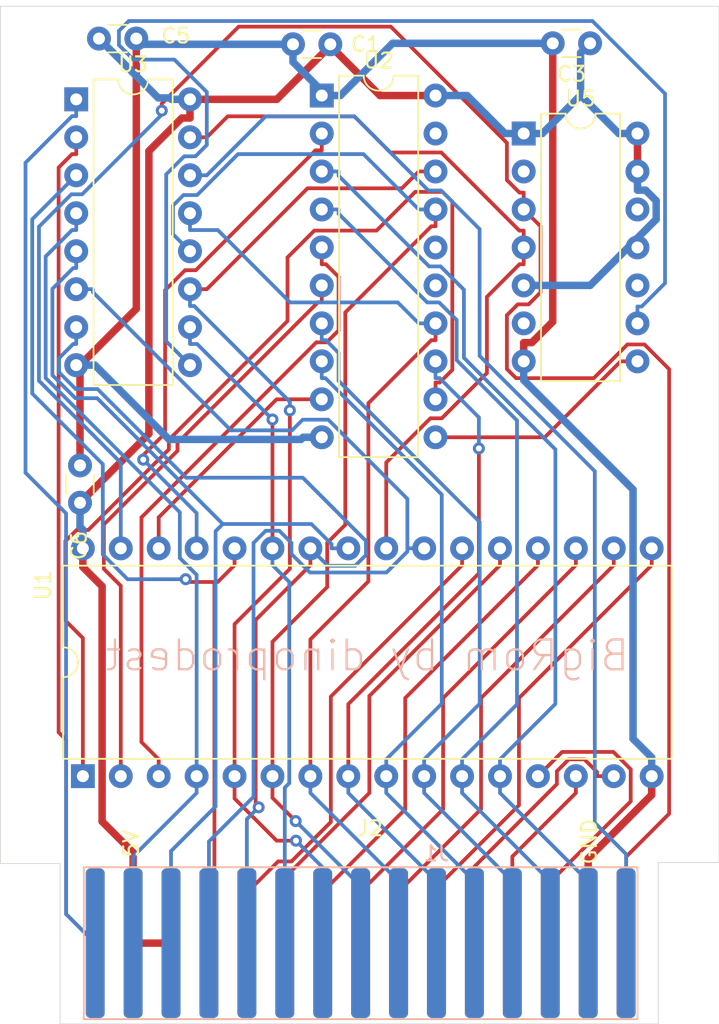
<source format=kicad_pcb>
(kicad_pcb (version 20171130) (host pcbnew "(5.1.8)-1")

  (general
    (thickness 1.6)
    (drawings 13)
    (tracks 472)
    (zones 0)
    (modules 10)
    (nets 38)
  )

  (page A4)
  (layers
    (0 F.Cu signal)
    (31 B.Cu signal)
    (32 B.Adhes user)
    (33 F.Adhes user)
    (34 B.Paste user)
    (35 F.Paste user)
    (36 B.SilkS user)
    (37 F.SilkS user)
    (38 B.Mask user)
    (39 F.Mask user)
    (40 Dwgs.User user)
    (41 Cmts.User user)
    (42 Eco1.User user)
    (43 Eco2.User user)
    (44 Edge.Cuts user)
    (45 Margin user)
    (46 B.CrtYd user)
    (47 F.CrtYd user)
    (48 B.Fab user)
    (49 F.Fab user)
  )

  (setup
    (last_trace_width 0.25)
    (trace_clearance 0.2)
    (zone_clearance 0.508)
    (zone_45_only no)
    (trace_min 0.2)
    (via_size 0.8)
    (via_drill 0.4)
    (via_min_size 0.4)
    (via_min_drill 0.3)
    (uvia_size 0.3)
    (uvia_drill 0.1)
    (uvias_allowed no)
    (uvia_min_size 0.2)
    (uvia_min_drill 0.1)
    (edge_width 0.05)
    (segment_width 0.2)
    (pcb_text_width 0.3)
    (pcb_text_size 1.5 1.5)
    (mod_edge_width 0.12)
    (mod_text_size 1 1)
    (mod_text_width 0.15)
    (pad_size 1.524 1.524)
    (pad_drill 0.762)
    (pad_to_mask_clearance 0)
    (aux_axis_origin 0 0)
    (visible_elements 7FFFFFFF)
    (pcbplotparams
      (layerselection 0x010fc_ffffffff)
      (usegerberextensions true)
      (usegerberattributes false)
      (usegerberadvancedattributes false)
      (creategerberjobfile false)
      (excludeedgelayer true)
      (linewidth 0.100000)
      (plotframeref false)
      (viasonmask false)
      (mode 1)
      (useauxorigin false)
      (hpglpennumber 1)
      (hpglpenspeed 20)
      (hpglpendiameter 15.000000)
      (psnegative false)
      (psa4output false)
      (plotreference true)
      (plotvalue false)
      (plotinvisibletext false)
      (padsonsilk false)
      (subtractmaskfromsilk true)
      (outputformat 1)
      (mirror false)
      (drillshape 0)
      (scaleselection 1)
      (outputdirectory "Gerber/"))
  )

  (net 0 "")
  (net 1 A0)
  (net 2 A1)
  (net 3 A2)
  (net 4 A3)
  (net 5 A4)
  (net 6 A5)
  (net 7 A6)
  (net 8 A7)
  (net 9 A8)
  (net 10 A9)
  (net 11 A10)
  (net 12 A11)
  (net 13 A12)
  (net 14 A15)
  (net 15 RW)
  (net 16 GND)
  (net 17 D0)
  (net 18 D1)
  (net 19 D2)
  (net 20 D3)
  (net 21 D4)
  (net 22 D5)
  (net 23 D6)
  (net 24 D7)
  (net 25 CS)
  (net 26 A13)
  (net 27 +5V)
  (net 28 A14)
  (net 29 "Net-(U1-Pad30)")
  (net 30 OE)
  (net 31 "Net-(U1-Pad3)")
  (net 32 "Net-(U1-Pad2)")
  (net 33 "Net-(U1-Pad1)")
  (net 34 "Net-(U2-Pad11)")
  (net 35 "Net-(U3-Pad9)")
  (net 36 E)
  (net 37 "Net-(U1-Pad29)")

  (net_class Default "This is the default net class."
    (clearance 0.2)
    (trace_width 0.25)
    (via_dia 0.8)
    (via_drill 0.4)
    (uvia_dia 0.3)
    (uvia_drill 0.1)
    (add_net A0)
    (add_net A1)
    (add_net A10)
    (add_net A11)
    (add_net A12)
    (add_net A13)
    (add_net A14)
    (add_net A15)
    (add_net A2)
    (add_net A3)
    (add_net A4)
    (add_net A5)
    (add_net A6)
    (add_net A7)
    (add_net A8)
    (add_net A9)
    (add_net CS)
    (add_net D0)
    (add_net D1)
    (add_net D2)
    (add_net D3)
    (add_net D4)
    (add_net D5)
    (add_net D6)
    (add_net D7)
    (add_net E)
    (add_net "Net-(U1-Pad1)")
    (add_net "Net-(U1-Pad2)")
    (add_net "Net-(U1-Pad29)")
    (add_net "Net-(U1-Pad3)")
    (add_net "Net-(U1-Pad30)")
    (add_net "Net-(U2-Pad11)")
    (add_net "Net-(U3-Pad9)")
    (add_net OE)
    (add_net RW)
  )

  (net_class Power ""
    (clearance 0.2)
    (trace_width 0.5)
    (via_dia 0.8)
    (via_drill 0.4)
    (uvia_dia 0.3)
    (uvia_drill 0.1)
    (add_net +5V)
    (add_net GND)
  )

  (module Package_DIP:DIP-14_W7.62mm (layer F.Cu) (tedit 5A02E8C5) (tstamp 625470DE)
    (at 135.382 79.375)
    (descr "14-lead though-hole mounted DIP package, row spacing 7.62 mm (300 mils)")
    (tags "THT DIP DIL PDIP 2.54mm 7.62mm 300mil")
    (path /62184A0F)
    (fp_text reference U5 (at 3.81 -2.33) (layer F.SilkS)
      (effects (font (size 1 1) (thickness 0.15)))
    )
    (fp_text value 74LS04 (at 3.81 17.57) (layer F.Fab)
      (effects (font (size 1 1) (thickness 0.15)))
    )
    (fp_line (start 8.7 -1.55) (end -1.1 -1.55) (layer F.CrtYd) (width 0.05))
    (fp_line (start 8.7 16.8) (end 8.7 -1.55) (layer F.CrtYd) (width 0.05))
    (fp_line (start -1.1 16.8) (end 8.7 16.8) (layer F.CrtYd) (width 0.05))
    (fp_line (start -1.1 -1.55) (end -1.1 16.8) (layer F.CrtYd) (width 0.05))
    (fp_line (start 6.46 -1.33) (end 4.81 -1.33) (layer F.SilkS) (width 0.12))
    (fp_line (start 6.46 16.57) (end 6.46 -1.33) (layer F.SilkS) (width 0.12))
    (fp_line (start 1.16 16.57) (end 6.46 16.57) (layer F.SilkS) (width 0.12))
    (fp_line (start 1.16 -1.33) (end 1.16 16.57) (layer F.SilkS) (width 0.12))
    (fp_line (start 2.81 -1.33) (end 1.16 -1.33) (layer F.SilkS) (width 0.12))
    (fp_line (start 0.635 -0.27) (end 1.635 -1.27) (layer F.Fab) (width 0.1))
    (fp_line (start 0.635 16.51) (end 0.635 -0.27) (layer F.Fab) (width 0.1))
    (fp_line (start 6.985 16.51) (end 0.635 16.51) (layer F.Fab) (width 0.1))
    (fp_line (start 6.985 -1.27) (end 6.985 16.51) (layer F.Fab) (width 0.1))
    (fp_line (start 1.635 -1.27) (end 6.985 -1.27) (layer F.Fab) (width 0.1))
    (fp_text user %R (at 3.81 7.62) (layer F.Fab)
      (effects (font (size 1 1) (thickness 0.15)))
    )
    (fp_arc (start 3.81 -1.33) (end 2.81 -1.33) (angle -180) (layer F.SilkS) (width 0.12))
    (pad 14 thru_hole oval (at 7.62 0) (size 1.6 1.6) (drill 0.8) (layers *.Cu *.Mask)
      (net 27 +5V))
    (pad 7 thru_hole oval (at 0 15.24) (size 1.6 1.6) (drill 0.8) (layers *.Cu *.Mask)
      (net 16 GND))
    (pad 13 thru_hole oval (at 7.62 2.54) (size 1.6 1.6) (drill 0.8) (layers *.Cu *.Mask)
      (net 27 +5V))
    (pad 6 thru_hole oval (at 0 12.7) (size 1.6 1.6) (drill 0.8) (layers *.Cu *.Mask))
    (pad 12 thru_hole oval (at 7.62 5.08) (size 1.6 1.6) (drill 0.8) (layers *.Cu *.Mask))
    (pad 5 thru_hole oval (at 0 10.16) (size 1.6 1.6) (drill 0.8) (layers *.Cu *.Mask)
      (net 27 +5V))
    (pad 11 thru_hole oval (at 7.62 7.62) (size 1.6 1.6) (drill 0.8) (layers *.Cu *.Mask)
      (net 27 +5V))
    (pad 4 thru_hole oval (at 0 7.62) (size 1.6 1.6) (drill 0.8) (layers *.Cu *.Mask)
      (net 30 OE))
    (pad 10 thru_hole oval (at 7.62 10.16) (size 1.6 1.6) (drill 0.8) (layers *.Cu *.Mask))
    (pad 3 thru_hole oval (at 0 5.08) (size 1.6 1.6) (drill 0.8) (layers *.Cu *.Mask)
      (net 15 RW))
    (pad 9 thru_hole oval (at 7.62 12.7) (size 1.6 1.6) (drill 0.8) (layers *.Cu *.Mask)
      (net 35 "Net-(U3-Pad9)"))
    (pad 2 thru_hole oval (at 0 2.54) (size 1.6 1.6) (drill 0.8) (layers *.Cu *.Mask))
    (pad 8 thru_hole oval (at 7.62 15.24) (size 1.6 1.6) (drill 0.8) (layers *.Cu *.Mask)
      (net 34 "Net-(U2-Pad11)"))
    (pad 1 thru_hole rect (at 0 0) (size 1.6 1.6) (drill 0.8) (layers *.Cu *.Mask)
      (net 27 +5V))
    (model ${KISYS3DMOD}/Package_DIP.3dshapes/DIP-14_W7.62mm.wrl
      (at (xyz 0 0 0))
      (scale (xyz 1 1 1))
      (rotate (xyz 0 0 0))
    )
  )

  (module Package_DIP:DIP-16_W7.62mm (layer F.Cu) (tedit 5A02E8C5) (tstamp 62169935)
    (at 105.41 77.089)
    (descr "16-lead though-hole mounted DIP package, row spacing 7.62 mm (300 mils)")
    (tags "THT DIP DIL PDIP 2.54mm 7.62mm 300mil")
    (path /62173639)
    (fp_text reference U3 (at 3.81 -2.33) (layer F.SilkS)
      (effects (font (size 1 1) (thickness 0.15)))
    )
    (fp_text value 74LS133 (at 3.81 20.11) (layer F.Fab)
      (effects (font (size 1 1) (thickness 0.15)))
    )
    (fp_line (start 1.635 -1.27) (end 6.985 -1.27) (layer F.Fab) (width 0.1))
    (fp_line (start 6.985 -1.27) (end 6.985 19.05) (layer F.Fab) (width 0.1))
    (fp_line (start 6.985 19.05) (end 0.635 19.05) (layer F.Fab) (width 0.1))
    (fp_line (start 0.635 19.05) (end 0.635 -0.27) (layer F.Fab) (width 0.1))
    (fp_line (start 0.635 -0.27) (end 1.635 -1.27) (layer F.Fab) (width 0.1))
    (fp_line (start 2.81 -1.33) (end 1.16 -1.33) (layer F.SilkS) (width 0.12))
    (fp_line (start 1.16 -1.33) (end 1.16 19.11) (layer F.SilkS) (width 0.12))
    (fp_line (start 1.16 19.11) (end 6.46 19.11) (layer F.SilkS) (width 0.12))
    (fp_line (start 6.46 19.11) (end 6.46 -1.33) (layer F.SilkS) (width 0.12))
    (fp_line (start 6.46 -1.33) (end 4.81 -1.33) (layer F.SilkS) (width 0.12))
    (fp_line (start -1.1 -1.55) (end -1.1 19.3) (layer F.CrtYd) (width 0.05))
    (fp_line (start -1.1 19.3) (end 8.7 19.3) (layer F.CrtYd) (width 0.05))
    (fp_line (start 8.7 19.3) (end 8.7 -1.55) (layer F.CrtYd) (width 0.05))
    (fp_line (start 8.7 -1.55) (end -1.1 -1.55) (layer F.CrtYd) (width 0.05))
    (fp_text user %R (at 3.81 8.89) (layer F.Fab)
      (effects (font (size 1 1) (thickness 0.15)))
    )
    (fp_arc (start 3.81 -1.33) (end 2.81 -1.33) (angle -180) (layer F.SilkS) (width 0.12))
    (pad 16 thru_hole oval (at 7.62 0) (size 1.6 1.6) (drill 0.8) (layers *.Cu *.Mask)
      (net 27 +5V))
    (pad 8 thru_hole oval (at 0 17.78) (size 1.6 1.6) (drill 0.8) (layers *.Cu *.Mask)
      (net 16 GND))
    (pad 15 thru_hole oval (at 7.62 2.54) (size 1.6 1.6) (drill 0.8) (layers *.Cu *.Mask)
      (net 30 OE))
    (pad 7 thru_hole oval (at 0 15.24) (size 1.6 1.6) (drill 0.8) (layers *.Cu *.Mask)
      (net 10 A9))
    (pad 14 thru_hole oval (at 7.62 5.08) (size 1.6 1.6) (drill 0.8) (layers *.Cu *.Mask)
      (net 36 E))
    (pad 6 thru_hole oval (at 0 12.7) (size 1.6 1.6) (drill 0.8) (layers *.Cu *.Mask)
      (net 11 A10))
    (pad 13 thru_hole oval (at 7.62 7.62) (size 1.6 1.6) (drill 0.8) (layers *.Cu *.Mask)
      (net 6 A5))
    (pad 5 thru_hole oval (at 0 10.16) (size 1.6 1.6) (drill 0.8) (layers *.Cu *.Mask)
      (net 12 A11))
    (pad 12 thru_hole oval (at 7.62 10.16) (size 1.6 1.6) (drill 0.8) (layers *.Cu *.Mask)
      (net 7 A6))
    (pad 4 thru_hole oval (at 0 7.62) (size 1.6 1.6) (drill 0.8) (layers *.Cu *.Mask)
      (net 13 A12))
    (pad 11 thru_hole oval (at 7.62 12.7) (size 1.6 1.6) (drill 0.8) (layers *.Cu *.Mask)
      (net 8 A7))
    (pad 3 thru_hole oval (at 0 5.08) (size 1.6 1.6) (drill 0.8) (layers *.Cu *.Mask)
      (net 26 A13))
    (pad 10 thru_hole oval (at 7.62 15.24) (size 1.6 1.6) (drill 0.8) (layers *.Cu *.Mask)
      (net 9 A8))
    (pad 2 thru_hole oval (at 0 2.54) (size 1.6 1.6) (drill 0.8) (layers *.Cu *.Mask)
      (net 28 A14))
    (pad 9 thru_hole oval (at 7.62 17.78) (size 1.6 1.6) (drill 0.8) (layers *.Cu *.Mask)
      (net 35 "Net-(U3-Pad9)"))
    (pad 1 thru_hole rect (at 0 0) (size 1.6 1.6) (drill 0.8) (layers *.Cu *.Mask)
      (net 14 A15))
    (model ${KISYS3DMOD}/Package_DIP.3dshapes/DIP-16_W7.62mm.wrl
      (at (xyz 0 0 0))
      (scale (xyz 1 1 1))
      (rotate (xyz 0 0 0))
    )
  )

  (module Capacitor_THT:C_Disc_D3.0mm_W1.6mm_P2.50mm (layer F.Cu) (tedit 5AE50EF0) (tstamp 6216C3FC)
    (at 105.664 104.076 90)
    (descr "C, Disc series, Radial, pin pitch=2.50mm, , diameter*width=3.0*1.6mm^2, Capacitor, http://www.vishay.com/docs/45233/krseries.pdf")
    (tags "C Disc series Radial pin pitch 2.50mm  diameter 3.0mm width 1.6mm Capacitor")
    (path /62411E87)
    (fp_text reference C6 (at -2.8575 -0.0635 90) (layer F.SilkS)
      (effects (font (size 1 1) (thickness 0.15)))
    )
    (fp_text value 100nF (at 1.25 2.05 90) (layer F.Fab)
      (effects (font (size 1 1) (thickness 0.15)))
    )
    (fp_line (start 3.55 -1.05) (end -1.05 -1.05) (layer F.CrtYd) (width 0.05))
    (fp_line (start 3.55 1.05) (end 3.55 -1.05) (layer F.CrtYd) (width 0.05))
    (fp_line (start -1.05 1.05) (end 3.55 1.05) (layer F.CrtYd) (width 0.05))
    (fp_line (start -1.05 -1.05) (end -1.05 1.05) (layer F.CrtYd) (width 0.05))
    (fp_line (start 0.621 0.92) (end 1.879 0.92) (layer F.SilkS) (width 0.12))
    (fp_line (start 0.621 -0.92) (end 1.879 -0.92) (layer F.SilkS) (width 0.12))
    (fp_line (start 2.75 -0.8) (end -0.25 -0.8) (layer F.Fab) (width 0.1))
    (fp_line (start 2.75 0.8) (end 2.75 -0.8) (layer F.Fab) (width 0.1))
    (fp_line (start -0.25 0.8) (end 2.75 0.8) (layer F.Fab) (width 0.1))
    (fp_line (start -0.25 -0.8) (end -0.25 0.8) (layer F.Fab) (width 0.1))
    (fp_text user %R (at 1.25 0 90) (layer F.Fab)
      (effects (font (size 0.6 0.6) (thickness 0.09)))
    )
    (pad 2 thru_hole circle (at 2.5 0 90) (size 1.6 1.6) (drill 0.8) (layers *.Cu *.Mask)
      (net 16 GND))
    (pad 1 thru_hole circle (at 0 0 90) (size 1.6 1.6) (drill 0.8) (layers *.Cu *.Mask)
      (net 27 +5V))
    (model ${KISYS3DMOD}/Capacitor_THT.3dshapes/C_Disc_D3.0mm_W1.6mm_P2.50mm.wrl
      (at (xyz 0 0 0))
      (scale (xyz 1 1 1))
      (rotate (xyz 0 0 0))
    )
  )

  (module Capacitor_THT:C_Disc_D3.0mm_W1.6mm_P2.50mm (layer F.Cu) (tedit 5AE50EF0) (tstamp 6216C3EB)
    (at 106.934 73.025)
    (descr "C, Disc series, Radial, pin pitch=2.50mm, , diameter*width=3.0*1.6mm^2, Capacitor, http://www.vishay.com/docs/45233/krseries.pdf")
    (tags "C Disc series Radial pin pitch 2.50mm  diameter 3.0mm width 1.6mm Capacitor")
    (path /6240FDDF)
    (fp_text reference C5 (at 5.1435 -0.1905) (layer F.SilkS)
      (effects (font (size 1 1) (thickness 0.15)))
    )
    (fp_text value 100nF (at 1.25 2.05) (layer F.Fab)
      (effects (font (size 1 1) (thickness 0.15)))
    )
    (fp_line (start 3.55 -1.05) (end -1.05 -1.05) (layer F.CrtYd) (width 0.05))
    (fp_line (start 3.55 1.05) (end 3.55 -1.05) (layer F.CrtYd) (width 0.05))
    (fp_line (start -1.05 1.05) (end 3.55 1.05) (layer F.CrtYd) (width 0.05))
    (fp_line (start -1.05 -1.05) (end -1.05 1.05) (layer F.CrtYd) (width 0.05))
    (fp_line (start 0.621 0.92) (end 1.879 0.92) (layer F.SilkS) (width 0.12))
    (fp_line (start 0.621 -0.92) (end 1.879 -0.92) (layer F.SilkS) (width 0.12))
    (fp_line (start 2.75 -0.8) (end -0.25 -0.8) (layer F.Fab) (width 0.1))
    (fp_line (start 2.75 0.8) (end 2.75 -0.8) (layer F.Fab) (width 0.1))
    (fp_line (start -0.25 0.8) (end 2.75 0.8) (layer F.Fab) (width 0.1))
    (fp_line (start -0.25 -0.8) (end -0.25 0.8) (layer F.Fab) (width 0.1))
    (fp_text user %R (at 1.25 0) (layer F.Fab)
      (effects (font (size 0.6 0.6) (thickness 0.09)))
    )
    (pad 2 thru_hole circle (at 2.5 0) (size 1.6 1.6) (drill 0.8) (layers *.Cu *.Mask)
      (net 16 GND))
    (pad 1 thru_hole circle (at 0 0) (size 1.6 1.6) (drill 0.8) (layers *.Cu *.Mask)
      (net 27 +5V))
    (model ${KISYS3DMOD}/Capacitor_THT.3dshapes/C_Disc_D3.0mm_W1.6mm_P2.50mm.wrl
      (at (xyz 0 0 0))
      (scale (xyz 1 1 1))
      (rotate (xyz 0 0 0))
    )
  )

  (module Capacitor_THT:C_Disc_D3.0mm_W1.6mm_P2.50mm (layer F.Cu) (tedit 5AE50EF0) (tstamp 6216C3C9)
    (at 139.827 73.3425 180)
    (descr "C, Disc series, Radial, pin pitch=2.50mm, , diameter*width=3.0*1.6mm^2, Capacitor, http://www.vishay.com/docs/45233/krseries.pdf")
    (tags "C Disc series Radial pin pitch 2.50mm  diameter 3.0mm width 1.6mm Capacitor")
    (path /62406269)
    (fp_text reference C3 (at 1.25 -2.05) (layer F.SilkS)
      (effects (font (size 1 1) (thickness 0.15)))
    )
    (fp_text value 100nF (at 1.25 2.05) (layer F.Fab)
      (effects (font (size 1 1) (thickness 0.15)))
    )
    (fp_line (start 3.55 -1.05) (end -1.05 -1.05) (layer F.CrtYd) (width 0.05))
    (fp_line (start 3.55 1.05) (end 3.55 -1.05) (layer F.CrtYd) (width 0.05))
    (fp_line (start -1.05 1.05) (end 3.55 1.05) (layer F.CrtYd) (width 0.05))
    (fp_line (start -1.05 -1.05) (end -1.05 1.05) (layer F.CrtYd) (width 0.05))
    (fp_line (start 0.621 0.92) (end 1.879 0.92) (layer F.SilkS) (width 0.12))
    (fp_line (start 0.621 -0.92) (end 1.879 -0.92) (layer F.SilkS) (width 0.12))
    (fp_line (start 2.75 -0.8) (end -0.25 -0.8) (layer F.Fab) (width 0.1))
    (fp_line (start 2.75 0.8) (end 2.75 -0.8) (layer F.Fab) (width 0.1))
    (fp_line (start -0.25 0.8) (end 2.75 0.8) (layer F.Fab) (width 0.1))
    (fp_line (start -0.25 -0.8) (end -0.25 0.8) (layer F.Fab) (width 0.1))
    (fp_text user %R (at 1.25 0) (layer F.Fab)
      (effects (font (size 0.6 0.6) (thickness 0.09)))
    )
    (pad 2 thru_hole circle (at 2.5 0 180) (size 1.6 1.6) (drill 0.8) (layers *.Cu *.Mask)
      (net 16 GND))
    (pad 1 thru_hole circle (at 0 0 180) (size 1.6 1.6) (drill 0.8) (layers *.Cu *.Mask)
      (net 27 +5V))
    (model ${KISYS3DMOD}/Capacitor_THT.3dshapes/C_Disc_D3.0mm_W1.6mm_P2.50mm.wrl
      (at (xyz 0 0 0))
      (scale (xyz 1 1 1))
      (rotate (xyz 0 0 0))
    )
  )

  (module Capacitor_THT:C_Disc_D3.0mm_W1.6mm_P2.50mm (layer F.Cu) (tedit 5AE50EF0) (tstamp 6216C3A7)
    (at 122.428 73.406 180)
    (descr "C, Disc series, Radial, pin pitch=2.50mm, , diameter*width=3.0*1.6mm^2, Capacitor, http://www.vishay.com/docs/45233/krseries.pdf")
    (tags "C Disc series Radial pin pitch 2.50mm  diameter 3.0mm width 1.6mm Capacitor")
    (path /623DDCF7)
    (fp_text reference C1 (at -2.3495 0) (layer F.SilkS)
      (effects (font (size 1 1) (thickness 0.15)))
    )
    (fp_text value 100nF (at 1.25 2.05) (layer F.Fab)
      (effects (font (size 1 1) (thickness 0.15)))
    )
    (fp_line (start 3.55 -1.05) (end -1.05 -1.05) (layer F.CrtYd) (width 0.05))
    (fp_line (start 3.55 1.05) (end 3.55 -1.05) (layer F.CrtYd) (width 0.05))
    (fp_line (start -1.05 1.05) (end 3.55 1.05) (layer F.CrtYd) (width 0.05))
    (fp_line (start -1.05 -1.05) (end -1.05 1.05) (layer F.CrtYd) (width 0.05))
    (fp_line (start 0.621 0.92) (end 1.879 0.92) (layer F.SilkS) (width 0.12))
    (fp_line (start 0.621 -0.92) (end 1.879 -0.92) (layer F.SilkS) (width 0.12))
    (fp_line (start 2.75 -0.8) (end -0.25 -0.8) (layer F.Fab) (width 0.1))
    (fp_line (start 2.75 0.8) (end 2.75 -0.8) (layer F.Fab) (width 0.1))
    (fp_line (start -0.25 0.8) (end 2.75 0.8) (layer F.Fab) (width 0.1))
    (fp_line (start -0.25 -0.8) (end -0.25 0.8) (layer F.Fab) (width 0.1))
    (fp_text user %R (at 1.25 0) (layer F.Fab)
      (effects (font (size 0.6 0.6) (thickness 0.09)))
    )
    (pad 2 thru_hole circle (at 2.5 0 180) (size 1.6 1.6) (drill 0.8) (layers *.Cu *.Mask)
      (net 16 GND))
    (pad 1 thru_hole circle (at 0 0 180) (size 1.6 1.6) (drill 0.8) (layers *.Cu *.Mask)
      (net 27 +5V))
    (model ${KISYS3DMOD}/Capacitor_THT.3dshapes/C_Disc_D3.0mm_W1.6mm_P2.50mm.wrl
      (at (xyz 0 0 0))
      (scale (xyz 1 1 1))
      (rotate (xyz 0 0 0))
    )
  )

  (module Package_DIP:DIP-20_W7.62mm (layer F.Cu) (tedit 5A02E8C5) (tstamp 6216990F)
    (at 121.856 76.835)
    (descr "20-lead though-hole mounted DIP package, row spacing 7.62 mm (300 mils)")
    (tags "THT DIP DIL PDIP 2.54mm 7.62mm 300mil")
    (path /62172A77)
    (fp_text reference U2 (at 3.81 -2.33) (layer F.SilkS)
      (effects (font (size 1 1) (thickness 0.15)))
    )
    (fp_text value 74LS373 (at 3.81 25.19) (layer F.Fab)
      (effects (font (size 1 1) (thickness 0.15)))
    )
    (fp_line (start 1.635 -1.27) (end 6.985 -1.27) (layer F.Fab) (width 0.1))
    (fp_line (start 6.985 -1.27) (end 6.985 24.13) (layer F.Fab) (width 0.1))
    (fp_line (start 6.985 24.13) (end 0.635 24.13) (layer F.Fab) (width 0.1))
    (fp_line (start 0.635 24.13) (end 0.635 -0.27) (layer F.Fab) (width 0.1))
    (fp_line (start 0.635 -0.27) (end 1.635 -1.27) (layer F.Fab) (width 0.1))
    (fp_line (start 2.81 -1.33) (end 1.16 -1.33) (layer F.SilkS) (width 0.12))
    (fp_line (start 1.16 -1.33) (end 1.16 24.19) (layer F.SilkS) (width 0.12))
    (fp_line (start 1.16 24.19) (end 6.46 24.19) (layer F.SilkS) (width 0.12))
    (fp_line (start 6.46 24.19) (end 6.46 -1.33) (layer F.SilkS) (width 0.12))
    (fp_line (start 6.46 -1.33) (end 4.81 -1.33) (layer F.SilkS) (width 0.12))
    (fp_line (start -1.1 -1.55) (end -1.1 24.4) (layer F.CrtYd) (width 0.05))
    (fp_line (start -1.1 24.4) (end 8.7 24.4) (layer F.CrtYd) (width 0.05))
    (fp_line (start 8.7 24.4) (end 8.7 -1.55) (layer F.CrtYd) (width 0.05))
    (fp_line (start 8.7 -1.55) (end -1.1 -1.55) (layer F.CrtYd) (width 0.05))
    (fp_text user %R (at 3.81 11.43) (layer F.Fab)
      (effects (font (size 1 1) (thickness 0.15)))
    )
    (fp_arc (start 3.81 -1.33) (end 2.81 -1.33) (angle -180) (layer F.SilkS) (width 0.12))
    (pad 20 thru_hole oval (at 7.62 0) (size 1.6 1.6) (drill 0.8) (layers *.Cu *.Mask)
      (net 27 +5V))
    (pad 10 thru_hole oval (at 0 22.86) (size 1.6 1.6) (drill 0.8) (layers *.Cu *.Mask)
      (net 16 GND))
    (pad 19 thru_hole oval (at 7.62 2.54) (size 1.6 1.6) (drill 0.8) (layers *.Cu *.Mask))
    (pad 9 thru_hole oval (at 0 20.32) (size 1.6 1.6) (drill 0.8) (layers *.Cu *.Mask)
      (net 29 "Net-(U1-Pad30)"))
    (pad 18 thru_hole oval (at 7.62 5.08) (size 1.6 1.6) (drill 0.8) (layers *.Cu *.Mask)
      (net 8 A7))
    (pad 8 thru_hole oval (at 0 17.78) (size 1.6 1.6) (drill 0.8) (layers *.Cu *.Mask)
      (net 4 A3))
    (pad 17 thru_hole oval (at 7.62 7.62) (size 1.6 1.6) (drill 0.8) (layers *.Cu *.Mask)
      (net 7 A6))
    (pad 7 thru_hole oval (at 0 15.24) (size 1.6 1.6) (drill 0.8) (layers *.Cu *.Mask)
      (net 3 A2))
    (pad 16 thru_hole oval (at 7.62 10.16) (size 1.6 1.6) (drill 0.8) (layers *.Cu *.Mask))
    (pad 6 thru_hole oval (at 0 12.7) (size 1.6 1.6) (drill 0.8) (layers *.Cu *.Mask)
      (net 32 "Net-(U1-Pad2)"))
    (pad 15 thru_hole oval (at 7.62 12.7) (size 1.6 1.6) (drill 0.8) (layers *.Cu *.Mask))
    (pad 5 thru_hole oval (at 0 10.16) (size 1.6 1.6) (drill 0.8) (layers *.Cu *.Mask)
      (net 31 "Net-(U1-Pad3)"))
    (pad 14 thru_hole oval (at 7.62 15.24) (size 1.6 1.6) (drill 0.8) (layers *.Cu *.Mask)
      (net 6 A5))
    (pad 4 thru_hole oval (at 0 7.62) (size 1.6 1.6) (drill 0.8) (layers *.Cu *.Mask)
      (net 2 A1))
    (pad 13 thru_hole oval (at 7.62 17.78) (size 1.6 1.6) (drill 0.8) (layers *.Cu *.Mask)
      (net 5 A4))
    (pad 3 thru_hole oval (at 0 5.08) (size 1.6 1.6) (drill 0.8) (layers *.Cu *.Mask)
      (net 1 A0))
    (pad 12 thru_hole oval (at 7.62 20.32) (size 1.6 1.6) (drill 0.8) (layers *.Cu *.Mask)
      (net 33 "Net-(U1-Pad1)"))
    (pad 2 thru_hole oval (at 0 2.54) (size 1.6 1.6) (drill 0.8) (layers *.Cu *.Mask)
      (net 37 "Net-(U1-Pad29)"))
    (pad 11 thru_hole oval (at 7.62 22.86) (size 1.6 1.6) (drill 0.8) (layers *.Cu *.Mask)
      (net 34 "Net-(U2-Pad11)"))
    (pad 1 thru_hole rect (at 0 0) (size 1.6 1.6) (drill 0.8) (layers *.Cu *.Mask)
      (net 16 GND))
    (model ${KISYS3DMOD}/Package_DIP.3dshapes/DIP-20_W7.62mm.wrl
      (at (xyz 0 0 0))
      (scale (xyz 1 1 1))
      (rotate (xyz 0 0 0))
    )
  )

  (module Package_DIP:DIP-32_W15.24mm (layer F.Cu) (tedit 5A02E8C5) (tstamp 621698E7)
    (at 105.855 122.364 90)
    (descr "32-lead though-hole mounted DIP package, row spacing 15.24 mm (600 mils)")
    (tags "THT DIP DIL PDIP 2.54mm 15.24mm 600mil")
    (path /621683D6)
    (fp_text reference U1 (at 12.7635 -2.667 90) (layer F.SilkS)
      (effects (font (size 1 1) (thickness 0.15)))
    )
    (fp_text value SST39SF040 (at 7.62 40.43 90) (layer F.Fab)
      (effects (font (size 1 1) (thickness 0.15)))
    )
    (fp_line (start 1.255 -1.27) (end 14.985 -1.27) (layer F.Fab) (width 0.1))
    (fp_line (start 14.985 -1.27) (end 14.985 39.37) (layer F.Fab) (width 0.1))
    (fp_line (start 14.985 39.37) (end 0.255 39.37) (layer F.Fab) (width 0.1))
    (fp_line (start 0.255 39.37) (end 0.255 -0.27) (layer F.Fab) (width 0.1))
    (fp_line (start 0.255 -0.27) (end 1.255 -1.27) (layer F.Fab) (width 0.1))
    (fp_line (start 6.62 -1.33) (end 1.16 -1.33) (layer F.SilkS) (width 0.12))
    (fp_line (start 1.16 -1.33) (end 1.16 39.43) (layer F.SilkS) (width 0.12))
    (fp_line (start 1.16 39.43) (end 14.08 39.43) (layer F.SilkS) (width 0.12))
    (fp_line (start 14.08 39.43) (end 14.08 -1.33) (layer F.SilkS) (width 0.12))
    (fp_line (start 14.08 -1.33) (end 8.62 -1.33) (layer F.SilkS) (width 0.12))
    (fp_line (start -1.05 -1.55) (end -1.05 39.65) (layer F.CrtYd) (width 0.05))
    (fp_line (start -1.05 39.65) (end 16.3 39.65) (layer F.CrtYd) (width 0.05))
    (fp_line (start 16.3 39.65) (end 16.3 -1.55) (layer F.CrtYd) (width 0.05))
    (fp_line (start 16.3 -1.55) (end -1.05 -1.55) (layer F.CrtYd) (width 0.05))
    (fp_text user %R (at 7.62 19.05 90) (layer F.Fab)
      (effects (font (size 1 1) (thickness 0.15)))
    )
    (fp_arc (start 7.62 -1.33) (end 6.62 -1.33) (angle -180) (layer F.SilkS) (width 0.12))
    (pad 32 thru_hole oval (at 15.24 0 90) (size 1.6 1.6) (drill 0.8) (layers *.Cu *.Mask)
      (net 27 +5V))
    (pad 16 thru_hole oval (at 0 38.1 90) (size 1.6 1.6) (drill 0.8) (layers *.Cu *.Mask)
      (net 16 GND))
    (pad 31 thru_hole oval (at 15.24 2.54 90) (size 1.6 1.6) (drill 0.8) (layers *.Cu *.Mask)
      (net 15 RW))
    (pad 15 thru_hole oval (at 0 35.56 90) (size 1.6 1.6) (drill 0.8) (layers *.Cu *.Mask)
      (net 19 D2))
    (pad 30 thru_hole oval (at 15.24 5.08 90) (size 1.6 1.6) (drill 0.8) (layers *.Cu *.Mask)
      (net 29 "Net-(U1-Pad30)"))
    (pad 14 thru_hole oval (at 0 33.02 90) (size 1.6 1.6) (drill 0.8) (layers *.Cu *.Mask)
      (net 18 D1))
    (pad 29 thru_hole oval (at 15.24 7.62 90) (size 1.6 1.6) (drill 0.8) (layers *.Cu *.Mask)
      (net 37 "Net-(U1-Pad29)"))
    (pad 13 thru_hole oval (at 0 30.48 90) (size 1.6 1.6) (drill 0.8) (layers *.Cu *.Mask)
      (net 17 D0))
    (pad 28 thru_hole oval (at 15.24 10.16 90) (size 1.6 1.6) (drill 0.8) (layers *.Cu *.Mask)
      (net 26 A13))
    (pad 12 thru_hole oval (at 0 27.94 90) (size 1.6 1.6) (drill 0.8) (layers *.Cu *.Mask)
      (net 1 A0))
    (pad 27 thru_hole oval (at 15.24 12.7 90) (size 1.6 1.6) (drill 0.8) (layers *.Cu *.Mask)
      (net 9 A8))
    (pad 11 thru_hole oval (at 0 25.4 90) (size 1.6 1.6) (drill 0.8) (layers *.Cu *.Mask)
      (net 2 A1))
    (pad 26 thru_hole oval (at 15.24 15.24 90) (size 1.6 1.6) (drill 0.8) (layers *.Cu *.Mask)
      (net 10 A9))
    (pad 10 thru_hole oval (at 0 22.86 90) (size 1.6 1.6) (drill 0.8) (layers *.Cu *.Mask)
      (net 3 A2))
    (pad 25 thru_hole oval (at 15.24 17.78 90) (size 1.6 1.6) (drill 0.8) (layers *.Cu *.Mask)
      (net 12 A11))
    (pad 9 thru_hole oval (at 0 20.32 90) (size 1.6 1.6) (drill 0.8) (layers *.Cu *.Mask)
      (net 4 A3))
    (pad 24 thru_hole oval (at 15.24 20.32 90) (size 1.6 1.6) (drill 0.8) (layers *.Cu *.Mask)
      (net 30 OE))
    (pad 8 thru_hole oval (at 0 17.78 90) (size 1.6 1.6) (drill 0.8) (layers *.Cu *.Mask)
      (net 5 A4))
    (pad 23 thru_hole oval (at 15.24 22.86 90) (size 1.6 1.6) (drill 0.8) (layers *.Cu *.Mask)
      (net 11 A10))
    (pad 7 thru_hole oval (at 0 15.24 90) (size 1.6 1.6) (drill 0.8) (layers *.Cu *.Mask)
      (net 6 A5))
    (pad 22 thru_hole oval (at 15.24 25.4 90) (size 1.6 1.6) (drill 0.8) (layers *.Cu *.Mask)
      (net 25 CS))
    (pad 6 thru_hole oval (at 0 12.7 90) (size 1.6 1.6) (drill 0.8) (layers *.Cu *.Mask)
      (net 7 A6))
    (pad 21 thru_hole oval (at 15.24 27.94 90) (size 1.6 1.6) (drill 0.8) (layers *.Cu *.Mask)
      (net 24 D7))
    (pad 5 thru_hole oval (at 0 10.16 90) (size 1.6 1.6) (drill 0.8) (layers *.Cu *.Mask)
      (net 8 A7))
    (pad 20 thru_hole oval (at 15.24 30.48 90) (size 1.6 1.6) (drill 0.8) (layers *.Cu *.Mask)
      (net 23 D6))
    (pad 4 thru_hole oval (at 0 7.62 90) (size 1.6 1.6) (drill 0.8) (layers *.Cu *.Mask)
      (net 13 A12))
    (pad 19 thru_hole oval (at 15.24 33.02 90) (size 1.6 1.6) (drill 0.8) (layers *.Cu *.Mask)
      (net 22 D5))
    (pad 3 thru_hole oval (at 0 5.08 90) (size 1.6 1.6) (drill 0.8) (layers *.Cu *.Mask)
      (net 31 "Net-(U1-Pad3)"))
    (pad 18 thru_hole oval (at 15.24 35.56 90) (size 1.6 1.6) (drill 0.8) (layers *.Cu *.Mask)
      (net 21 D4))
    (pad 2 thru_hole oval (at 0 2.54 90) (size 1.6 1.6) (drill 0.8) (layers *.Cu *.Mask)
      (net 32 "Net-(U1-Pad2)"))
    (pad 17 thru_hole oval (at 15.24 38.1 90) (size 1.6 1.6) (drill 0.8) (layers *.Cu *.Mask)
      (net 20 D3))
    (pad 1 thru_hole rect (at 0 0 90) (size 1.6 1.6) (drill 0.8) (layers *.Cu *.Mask)
      (net 33 "Net-(U1-Pad1)"))
    (model ${KISYS3DMOD}/Package_DIP.3dshapes/DIP-32_W15.24mm.wrl
      (at (xyz 0 0 0))
      (scale (xyz 1 1 1))
      (rotate (xyz 0 0 0))
    )
  )

  (module Custom:EdgeConn_15 (layer F.Cu) (tedit 6212A144) (tstamp 621698B3)
    (at 124.46 133.534)
    (path /62169E12)
    (attr smd)
    (fp_text reference J2 (at 0.635 -7.6765) (layer F.SilkS)
      (effects (font (size 1 1) (thickness 0.15)))
    )
    (fp_text value Conn_01x15_Male (at 5.08 -6) (layer F.Fab) hide
      (effects (font (size 1 1) (thickness 0.15) italic))
    )
    (fp_line (start -18.542 5.08) (end -18.542 4.318) (layer F.SilkS) (width 0.12))
    (fp_line (start -18.542 4.2545) (end -18.542 -5.08) (layer F.SilkS) (width 0.12))
    (fp_line (start -18.4785 -5.08) (end 18.542 -5.08) (layer F.SilkS) (width 0.12))
    (fp_line (start 18.542 -5.08) (end 18.542 5.08) (layer F.SilkS) (width 0.12))
    (fp_line (start 18.4785 5.08) (end -18.415 5.08) (layer F.SilkS) (width 0.12))
    (fp_line (start -18.67 -5.25) (end 18.7325 -5.25) (layer F.CrtYd) (width 0.05))
    (fp_line (start 18.7325 -5.25) (end 18.7325 5.25) (layer F.CrtYd) (width 0.05))
    (fp_line (start 18.7325 5.25) (end -18.67 5.25) (layer F.CrtYd) (width 0.05))
    (fp_line (start -18.67 5.25) (end -18.67 -5.25) (layer F.CrtYd) (width 0.05))
    (pad 15 smd roundrect (at 17.78 0) (size 1.27 10) (layers F.Cu F.Paste F.Mask) (roundrect_rratio 0.25)
      (net 15 RW))
    (pad 14 smd roundrect (at 15.24 0) (size 1.27 10) (layers F.Cu F.Paste F.Mask) (roundrect_rratio 0.25)
      (net 16 GND))
    (pad 13 smd roundrect (at 12.7 0) (size 1.27 10) (layers F.Cu F.Paste F.Mask) (roundrect_rratio 0.25)
      (net 17 D0))
    (pad 12 smd roundrect (at 10.16 0) (size 1.27 10) (layers F.Cu F.Paste F.Mask) (roundrect_rratio 0.25)
      (net 18 D1))
    (pad 11 smd roundrect (at 7.62 0) (size 1.27 10) (layers F.Cu F.Paste F.Mask) (roundrect_rratio 0.25)
      (net 19 D2))
    (pad 10 smd roundrect (at 5.08 0) (size 1.27 10) (layers F.Cu F.Paste F.Mask) (roundrect_rratio 0.25)
      (net 20 D3))
    (pad 9 smd roundrect (at 2.54 0) (size 1.27 10) (layers F.Cu F.Paste F.Mask) (roundrect_rratio 0.25)
      (net 21 D4))
    (pad 8 smd roundrect (at 0 0) (size 1.27 10) (layers F.Cu F.Paste F.Mask) (roundrect_rratio 0.25)
      (net 22 D5))
    (pad 7 smd roundrect (at -2.54 0) (size 1.27 10) (layers F.Cu F.Paste F.Mask) (roundrect_rratio 0.25)
      (net 23 D6))
    (pad 6 smd roundrect (at -5.08 0) (size 1.27 10) (layers F.Cu F.Paste F.Mask) (roundrect_rratio 0.25)
      (net 24 D7))
    (pad 5 smd roundrect (at -7.62 0) (size 1.27 10) (layers F.Cu F.Paste F.Mask) (roundrect_rratio 0.25)
      (net 25 CS))
    (pad 4 smd roundrect (at -10.16 0) (size 1.27 10) (layers F.Cu F.Paste F.Mask) (roundrect_rratio 0.25)
      (net 26 A13))
    (pad 3 smd roundrect (at -12.7 0) (size 1.27 10) (layers F.Cu F.Paste F.Mask) (roundrect_rratio 0.25)
      (net 27 +5V))
    (pad 2 smd roundrect (at -15.24 0) (size 1.27 10) (layers F.Cu F.Paste F.Mask) (roundrect_rratio 0.25)
      (net 27 +5V))
    (pad 1 smd roundrect (at -17.78 0) (size 1.27 10) (layers F.Cu F.Paste F.Mask) (roundrect_rratio 0.25)
      (net 28 A14))
  )

  (module Custom:EdgeConn_15 (layer B.Cu) (tedit 6212A144) (tstamp 62169897)
    (at 124.46 133.54)
    (path /6216B2B7)
    (attr smd)
    (fp_text reference J1 (at 5.08 -6) (layer B.SilkS)
      (effects (font (size 1 1) (thickness 0.15)) (justify mirror))
    )
    (fp_text value Conn_01x15_Male (at -0.5715 -6.858) (layer B.Fab) hide
      (effects (font (size 1 1) (thickness 0.15) italic) (justify mirror))
    )
    (fp_line (start -18.542 -5.08) (end -18.542 -4.318) (layer B.SilkS) (width 0.12))
    (fp_line (start -18.542 -4.2545) (end -18.542 5.08) (layer B.SilkS) (width 0.12))
    (fp_line (start -18.4785 5.08) (end 18.542 5.08) (layer B.SilkS) (width 0.12))
    (fp_line (start 18.542 5.08) (end 18.542 -5.08) (layer B.SilkS) (width 0.12))
    (fp_line (start 18.4785 -5.08) (end -18.415 -5.08) (layer B.SilkS) (width 0.12))
    (fp_line (start -18.67 5.25) (end 18.7325 5.25) (layer B.CrtYd) (width 0.05))
    (fp_line (start 18.7325 5.25) (end 18.7325 -5.25) (layer B.CrtYd) (width 0.05))
    (fp_line (start 18.7325 -5.25) (end -18.67 -5.25) (layer B.CrtYd) (width 0.05))
    (fp_line (start -18.67 -5.25) (end -18.67 5.25) (layer B.CrtYd) (width 0.05))
    (pad 15 smd roundrect (at 17.78 0) (size 1.27 10) (layers B.Cu B.Paste B.Mask) (roundrect_rratio 0.25)
      (net 36 E))
    (pad 14 smd roundrect (at 15.24 0) (size 1.27 10) (layers B.Cu B.Paste B.Mask) (roundrect_rratio 0.25)
      (net 1 A0))
    (pad 13 smd roundrect (at 12.7 0) (size 1.27 10) (layers B.Cu B.Paste B.Mask) (roundrect_rratio 0.25)
      (net 2 A1))
    (pad 12 smd roundrect (at 10.16 0) (size 1.27 10) (layers B.Cu B.Paste B.Mask) (roundrect_rratio 0.25)
      (net 3 A2))
    (pad 11 smd roundrect (at 7.62 0) (size 1.27 10) (layers B.Cu B.Paste B.Mask) (roundrect_rratio 0.25)
      (net 4 A3))
    (pad 10 smd roundrect (at 5.08 0) (size 1.27 10) (layers B.Cu B.Paste B.Mask) (roundrect_rratio 0.25)
      (net 5 A4))
    (pad 9 smd roundrect (at 2.54 0) (size 1.27 10) (layers B.Cu B.Paste B.Mask) (roundrect_rratio 0.25)
      (net 6 A5))
    (pad 8 smd roundrect (at 0 0) (size 1.27 10) (layers B.Cu B.Paste B.Mask) (roundrect_rratio 0.25)
      (net 7 A6))
    (pad 7 smd roundrect (at -2.54 0) (size 1.27 10) (layers B.Cu B.Paste B.Mask) (roundrect_rratio 0.25)
      (net 8 A7))
    (pad 6 smd roundrect (at -5.08 0) (size 1.27 10) (layers B.Cu B.Paste B.Mask) (roundrect_rratio 0.25)
      (net 9 A8))
    (pad 5 smd roundrect (at -7.62 0) (size 1.27 10) (layers B.Cu B.Paste B.Mask) (roundrect_rratio 0.25)
      (net 10 A9))
    (pad 4 smd roundrect (at -10.16 0) (size 1.27 10) (layers B.Cu B.Paste B.Mask) (roundrect_rratio 0.25)
      (net 11 A10))
    (pad 3 smd roundrect (at -12.7 0) (size 1.27 10) (layers B.Cu B.Paste B.Mask) (roundrect_rratio 0.25)
      (net 12 A11))
    (pad 2 smd roundrect (at -15.24 0) (size 1.27 10) (layers B.Cu B.Paste B.Mask) (roundrect_rratio 0.25)
      (net 13 A12))
    (pad 1 smd roundrect (at -17.78 0) (size 1.27 10) (layers B.Cu B.Paste B.Mask) (roundrect_rratio 0.25)
      (net 14 A15))
  )

  (gr_text "BigRom by dinoprodest" (at 124.9045 114.3) (layer B.SilkS)
    (effects (font (size 2 2) (thickness 0.15)) (justify mirror))
  )
  (gr_line (start 148.463 128.143) (end 148.463 112.4585) (layer Edge.Cuts) (width 0.05) (tstamp 621ADE33))
  (gr_text 5V (at 109.093 126.873 90) (layer F.SilkS)
    (effects (font (size 1 1) (thickness 0.15)))
  )
  (gr_text GND (at 139.7635 126.746 90) (layer F.SilkS)
    (effects (font (size 1 1) (thickness 0.15)))
  )
  (gr_line (start 144.399 138.938) (end 124.3965 138.938) (layer Edge.Cuts) (width 0.05))
  (gr_line (start 144.399 128.143) (end 144.399 138.938) (layer Edge.Cuts) (width 0.05))
  (gr_line (start 148.463 128.143) (end 144.399 128.143) (layer Edge.Cuts) (width 0.05))
  (gr_line (start 148.463 70.866) (end 148.463 112.4585) (layer Edge.Cuts) (width 0.05))
  (gr_line (start 100.33 70.866) (end 148.463 70.866) (layer Edge.Cuts) (width 0.05))
  (gr_line (start 100.33 128.2065) (end 100.33 70.866) (layer Edge.Cuts) (width 0.05))
  (gr_line (start 104.3305 128.2065) (end 100.33 128.2065) (layer Edge.Cuts) (width 0.05))
  (gr_line (start 104.3305 138.938) (end 104.3305 128.2065) (layer Edge.Cuts) (width 0.05))
  (gr_line (start 124.3965 138.938) (end 104.3305 138.938) (layer Edge.Cuts) (width 0.05))

  (segment (start 133.795 122.364) (end 133.795 123.4893) (width 0.25) (layer B.Cu) (net 1))
  (segment (start 139.7 133.54) (end 139.7 129.3943) (width 0.25) (layer B.Cu) (net 1))
  (segment (start 139.7 129.3943) (end 133.795 123.4893) (width 0.25) (layer B.Cu) (net 1))
  (segment (start 133.795 121.2387) (end 137.5041 117.5296) (width 0.25) (layer B.Cu) (net 1))
  (segment (start 137.5041 117.5296) (end 137.5041 100.5063) (width 0.25) (layer B.Cu) (net 1))
  (segment (start 137.5041 100.5063) (end 131.3775 94.3797) (width 0.25) (layer B.Cu) (net 1))
  (segment (start 131.3775 94.3797) (end 131.3775 89.8254) (width 0.25) (layer B.Cu) (net 1))
  (segment (start 131.3775 89.8254) (end 129.8171 88.265) (width 0.25) (layer B.Cu) (net 1))
  (segment (start 129.8171 88.265) (end 129.05 88.265) (width 0.25) (layer B.Cu) (net 1))
  (segment (start 129.05 88.265) (end 122.9813 82.1963) (width 0.25) (layer B.Cu) (net 1))
  (segment (start 122.9813 82.1963) (end 122.9813 81.915) (width 0.25) (layer B.Cu) (net 1))
  (segment (start 121.856 81.915) (end 122.9813 81.915) (width 0.25) (layer B.Cu) (net 1))
  (segment (start 133.795 122.364) (end 133.795 121.2387) (width 0.25) (layer B.Cu) (net 1))
  (segment (start 131.255 121.2387) (end 134.9318 117.5619) (width 0.25) (layer B.Cu) (net 2))
  (segment (start 134.9318 117.5619) (end 134.9318 98.5709) (width 0.25) (layer B.Cu) (net 2))
  (segment (start 134.9318 98.5709) (end 130.8937 94.5328) (width 0.25) (layer B.Cu) (net 2))
  (segment (start 130.8937 94.5328) (end 130.8937 91.8502) (width 0.25) (layer B.Cu) (net 2))
  (segment (start 130.8937 91.8502) (end 129.7167 90.6732) (width 0.25) (layer B.Cu) (net 2))
  (segment (start 129.7167 90.6732) (end 128.9182 90.6732) (width 0.25) (layer B.Cu) (net 2))
  (segment (start 128.9182 90.6732) (end 122.9813 84.7363) (width 0.25) (layer B.Cu) (net 2))
  (segment (start 122.9813 84.7363) (end 122.9813 84.455) (width 0.25) (layer B.Cu) (net 2))
  (segment (start 131.255 122.364) (end 131.255 123.4893) (width 0.25) (layer B.Cu) (net 2))
  (segment (start 137.16 133.54) (end 137.16 129.3943) (width 0.25) (layer B.Cu) (net 2))
  (segment (start 137.16 129.3943) (end 131.255 123.4893) (width 0.25) (layer B.Cu) (net 2))
  (segment (start 121.856 84.455) (end 122.9813 84.455) (width 0.25) (layer B.Cu) (net 2))
  (segment (start 131.255 122.364) (end 131.255 121.2387) (width 0.25) (layer B.Cu) (net 2))
  (segment (start 121.856 93.2003) (end 122.1374 93.2003) (width 0.25) (layer B.Cu) (net 3))
  (segment (start 122.1374 93.2003) (end 122.9813 94.0442) (width 0.25) (layer B.Cu) (net 3))
  (segment (start 122.9813 94.0442) (end 122.9813 95.9137) (width 0.25) (layer B.Cu) (net 3))
  (segment (start 122.9813 95.9137) (end 132.4328 105.3652) (width 0.25) (layer B.Cu) (net 3))
  (segment (start 132.4328 105.3652) (end 132.4328 117.5209) (width 0.25) (layer B.Cu) (net 3))
  (segment (start 132.4328 117.5209) (end 128.715 121.2387) (width 0.25) (layer B.Cu) (net 3))
  (segment (start 128.715 122.364) (end 128.715 123.4893) (width 0.25) (layer B.Cu) (net 3))
  (segment (start 134.62 133.54) (end 134.62 129.3943) (width 0.25) (layer B.Cu) (net 3))
  (segment (start 134.62 129.3943) (end 128.715 123.4893) (width 0.25) (layer B.Cu) (net 3))
  (segment (start 128.715 122.364) (end 128.715 121.2387) (width 0.25) (layer B.Cu) (net 3))
  (segment (start 121.856 92.075) (end 121.856 93.2003) (width 0.25) (layer B.Cu) (net 3))
  (segment (start 126.175 122.364) (end 126.175 123.4893) (width 0.25) (layer B.Cu) (net 4))
  (segment (start 132.08 133.54) (end 132.08 129.3943) (width 0.25) (layer B.Cu) (net 4))
  (segment (start 132.08 129.3943) (end 126.175 123.4893) (width 0.25) (layer B.Cu) (net 4))
  (segment (start 121.856 94.615) (end 121.856 95.7403) (width 0.25) (layer B.Cu) (net 4))
  (segment (start 126.175 122.364) (end 126.175 121.2387) (width 0.25) (layer B.Cu) (net 4))
  (segment (start 126.175 121.2387) (end 129.8934 117.5203) (width 0.25) (layer B.Cu) (net 4))
  (segment (start 129.8934 117.5203) (end 129.8934 103.5317) (width 0.25) (layer B.Cu) (net 4))
  (segment (start 129.8934 103.5317) (end 122.102 95.7403) (width 0.25) (layer B.Cu) (net 4))
  (segment (start 122.102 95.7403) (end 121.856 95.7403) (width 0.25) (layer B.Cu) (net 4))
  (segment (start 123.635 122.364) (end 123.635 117.5429) (width 0.25) (layer F.Cu) (net 5))
  (segment (start 123.635 117.5429) (end 132.3804 108.7975) (width 0.25) (layer F.Cu) (net 5))
  (segment (start 132.3804 108.7975) (end 132.3804 100.4409) (width 0.25) (layer F.Cu) (net 5))
  (segment (start 129.476 95.7403) (end 129.7573 95.7403) (width 0.25) (layer B.Cu) (net 5))
  (segment (start 129.7573 95.7403) (end 132.3804 98.3634) (width 0.25) (layer B.Cu) (net 5))
  (segment (start 132.3804 98.3634) (end 132.3804 100.4409) (width 0.25) (layer B.Cu) (net 5))
  (segment (start 129.476 94.615) (end 129.476 95.7403) (width 0.25) (layer B.Cu) (net 5))
  (segment (start 123.635 122.364) (end 123.635 123.4893) (width 0.25) (layer B.Cu) (net 5))
  (segment (start 129.54 133.54) (end 129.54 129.3943) (width 0.25) (layer B.Cu) (net 5))
  (segment (start 129.54 129.3943) (end 123.635 123.4893) (width 0.25) (layer B.Cu) (net 5))
  (via (at 132.3804 100.4409) (size 0.8) (layers F.Cu B.Cu) (net 5))
  (segment (start 121.095 122.364) (end 121.095 113.217) (width 0.25) (layer F.Cu) (net 6))
  (segment (start 121.095 113.217) (end 124.9789 109.3331) (width 0.25) (layer F.Cu) (net 6))
  (segment (start 124.9789 109.3331) (end 124.9789 97.4161) (width 0.25) (layer F.Cu) (net 6))
  (segment (start 124.9789 97.4161) (end 129.1947 93.2003) (width 0.25) (layer F.Cu) (net 6))
  (segment (start 129.1947 93.2003) (end 129.476 93.2003) (width 0.25) (layer F.Cu) (net 6))
  (segment (start 121.095 122.364) (end 121.095 123.4893) (width 0.25) (layer B.Cu) (net 6))
  (segment (start 127 133.54) (end 127 129.3943) (width 0.25) (layer B.Cu) (net 6))
  (segment (start 127 129.3943) (end 121.095 123.4893) (width 0.25) (layer B.Cu) (net 6))
  (segment (start 129.476 92.075) (end 129.476 93.2003) (width 0.25) (layer F.Cu) (net 6))
  (segment (start 128.3507 92.075) (end 126.9487 90.673) (width 0.25) (layer B.Cu) (net 6))
  (segment (start 126.9487 90.673) (end 119.7341 90.673) (width 0.25) (layer B.Cu) (net 6))
  (segment (start 119.7341 90.673) (end 114.8954 85.8343) (width 0.25) (layer B.Cu) (net 6))
  (segment (start 114.8954 85.8343) (end 113.03 85.8343) (width 0.25) (layer B.Cu) (net 6))
  (segment (start 129.476 92.075) (end 128.3507 92.075) (width 0.25) (layer B.Cu) (net 6))
  (segment (start 113.03 84.709) (end 113.03 85.8343) (width 0.25) (layer B.Cu) (net 6))
  (segment (start 129.476 84.455) (end 128.3507 84.455) (width 0.25) (layer B.Cu) (net 7))
  (segment (start 128.3507 84.455) (end 124.6492 80.7535) (width 0.25) (layer B.Cu) (net 7))
  (segment (start 124.6492 80.7535) (end 116.2457 80.7535) (width 0.25) (layer B.Cu) (net 7))
  (segment (start 116.2457 80.7535) (end 113.5076 83.4916) (width 0.25) (layer B.Cu) (net 7))
  (segment (start 113.5076 83.4916) (end 112.5957 83.4916) (width 0.25) (layer B.Cu) (net 7))
  (segment (start 112.5957 83.4916) (end 111.8866 84.2007) (width 0.25) (layer B.Cu) (net 7))
  (segment (start 111.8866 84.2007) (end 111.8866 86.1056) (width 0.25) (layer B.Cu) (net 7))
  (segment (start 111.8866 86.1056) (end 113.03 87.249) (width 0.25) (layer B.Cu) (net 7))
  (segment (start 129.476 84.455) (end 129.476 85.5803) (width 0.25) (layer F.Cu) (net 7))
  (segment (start 118.555 122.364) (end 118.555 113.3747) (width 0.25) (layer F.Cu) (net 7))
  (segment (start 118.555 113.3747) (end 122.2204 109.7093) (width 0.25) (layer F.Cu) (net 7))
  (segment (start 122.2204 109.7093) (end 122.2204 106.7596) (width 0.25) (layer F.Cu) (net 7))
  (segment (start 122.2204 106.7596) (end 123.4317 105.5483) (width 0.25) (layer F.Cu) (net 7))
  (segment (start 123.4317 105.5483) (end 123.4317 91.3433) (width 0.25) (layer F.Cu) (net 7))
  (segment (start 123.4317 91.3433) (end 129.1947 85.5803) (width 0.25) (layer F.Cu) (net 7))
  (segment (start 129.1947 85.5803) (end 129.476 85.5803) (width 0.25) (layer F.Cu) (net 7))
  (segment (start 118.555 122.9266) (end 118.555 122.364) (width 0.25) (layer F.Cu) (net 7))
  (segment (start 118.555 123.4893) (end 118.555 123.8153) (width 0.25) (layer F.Cu) (net 7))
  (segment (start 118.555 123.8153) (end 120.1071 125.3674) (width 0.25) (layer F.Cu) (net 7))
  (segment (start 124.46 133.54) (end 124.46 129.7203) (width 0.25) (layer B.Cu) (net 7))
  (segment (start 124.46 129.7203) (end 120.1071 125.3674) (width 0.25) (layer B.Cu) (net 7))
  (segment (start 118.555 122.9266) (end 118.555 123.4893) (width 0.25) (layer F.Cu) (net 7))
  (via (at 120.1071 125.3674) (size 0.8) (layers F.Cu B.Cu) (net 7))
  (segment (start 129.476 81.915) (end 128.3507 81.915) (width 0.25) (layer F.Cu) (net 8))
  (segment (start 113.03 89.789) (end 114.1553 89.789) (width 0.25) (layer F.Cu) (net 8))
  (segment (start 114.1553 89.789) (end 120.904 83.0403) (width 0.25) (layer F.Cu) (net 8))
  (segment (start 120.904 83.0403) (end 127.2254 83.0403) (width 0.25) (layer F.Cu) (net 8))
  (segment (start 127.2254 83.0403) (end 128.3507 81.915) (width 0.25) (layer F.Cu) (net 8))
  (segment (start 116.015 122.364) (end 116.015 112.1993) (width 0.25) (layer F.Cu) (net 8))
  (segment (start 116.015 112.1993) (end 119.7188 108.4955) (width 0.25) (layer F.Cu) (net 8))
  (segment (start 119.7188 108.4955) (end 119.7188 97.8961) (width 0.25) (layer F.Cu) (net 8))
  (segment (start 113.03 90.9143) (end 113.3113 90.9143) (width 0.25) (layer B.Cu) (net 8))
  (segment (start 113.3113 90.9143) (end 119.7188 97.3218) (width 0.25) (layer B.Cu) (net 8))
  (segment (start 119.7188 97.3218) (end 119.7188 97.8961) (width 0.25) (layer B.Cu) (net 8))
  (segment (start 113.03 89.789) (end 113.03 90.9143) (width 0.25) (layer B.Cu) (net 8))
  (segment (start 116.015 122.9266) (end 116.015 122.364) (width 0.25) (layer F.Cu) (net 8))
  (segment (start 116.015 123.4893) (end 116.015 123.8597) (width 0.25) (layer F.Cu) (net 8))
  (segment (start 116.015 123.8597) (end 118.8357 126.6804) (width 0.25) (layer F.Cu) (net 8))
  (segment (start 118.8357 126.6804) (end 120.1289 126.6804) (width 0.25) (layer F.Cu) (net 8))
  (segment (start 116.015 122.9266) (end 116.015 123.4893) (width 0.25) (layer F.Cu) (net 8))
  (segment (start 121.92 133.54) (end 121.92 128.4715) (width 0.25) (layer B.Cu) (net 8))
  (segment (start 121.92 128.4715) (end 120.1289 126.6804) (width 0.25) (layer B.Cu) (net 8))
  (via (at 119.7188 97.8961) (size 0.8) (layers F.Cu B.Cu) (net 8))
  (via (at 120.1289 126.6804) (size 0.8) (layers F.Cu B.Cu) (net 8))
  (segment (start 118.555 107.124) (end 118.555 98.504) (width 0.25) (layer F.Cu) (net 9))
  (segment (start 113.03 93.4543) (end 113.5053 93.4543) (width 0.25) (layer B.Cu) (net 9))
  (segment (start 113.5053 93.4543) (end 118.555 98.504) (width 0.25) (layer B.Cu) (net 9))
  (segment (start 113.03 92.329) (end 113.03 93.4543) (width 0.25) (layer B.Cu) (net 9))
  (segment (start 118.555 107.124) (end 118.555 108.2493) (width 0.25) (layer B.Cu) (net 9))
  (segment (start 119.38 133.54) (end 119.38 123.1313) (width 0.25) (layer B.Cu) (net 9))
  (segment (start 119.38 123.1313) (end 119.6803 122.831) (width 0.25) (layer B.Cu) (net 9))
  (segment (start 119.6803 122.831) (end 119.6803 109.3746) (width 0.25) (layer B.Cu) (net 9))
  (segment (start 119.6803 109.3746) (end 118.555 108.2493) (width 0.25) (layer B.Cu) (net 9))
  (via (at 118.555 98.504) (size 0.8) (layers F.Cu B.Cu) (net 9))
  (segment (start 105.41 92.329) (end 105.41 93.4543) (width 0.25) (layer B.Cu) (net 10))
  (segment (start 121.095 107.124) (end 122.261 108.29) (width 0.25) (layer B.Cu) (net 10))
  (segment (start 122.261 108.29) (end 124.0971 108.29) (width 0.25) (layer B.Cu) (net 10))
  (segment (start 124.0971 108.29) (end 124.8164 107.5707) (width 0.25) (layer B.Cu) (net 10))
  (segment (start 124.8164 107.5707) (end 124.8164 106.6294) (width 0.25) (layer B.Cu) (net 10))
  (segment (start 124.8164 106.6294) (end 120.5876 102.4006) (width 0.25) (layer B.Cu) (net 10))
  (segment (start 120.5876 102.4006) (end 112.7687 102.4006) (width 0.25) (layer B.Cu) (net 10))
  (segment (start 112.7687 102.4006) (end 106.8381 96.47) (width 0.25) (layer B.Cu) (net 10))
  (segment (start 106.8381 96.47) (end 105.3794 96.47) (width 0.25) (layer B.Cu) (net 10))
  (segment (start 105.3794 96.47) (end 104.2645 95.3551) (width 0.25) (layer B.Cu) (net 10))
  (segment (start 104.2645 95.3551) (end 104.2645 94.3969) (width 0.25) (layer B.Cu) (net 10))
  (segment (start 104.2645 94.3969) (end 105.2071 93.4543) (width 0.25) (layer B.Cu) (net 10))
  (segment (start 105.2071 93.4543) (end 105.41 93.4543) (width 0.25) (layer B.Cu) (net 10))
  (segment (start 117.6291 124.4481) (end 117.4279 124.2469) (width 0.25) (layer F.Cu) (net 10))
  (segment (start 117.4279 124.2469) (end 117.4279 111.9164) (width 0.25) (layer F.Cu) (net 10))
  (segment (start 117.4279 111.9164) (end 121.095 108.2493) (width 0.25) (layer F.Cu) (net 10))
  (segment (start 116.84 133.54) (end 116.84 125.2372) (width 0.25) (layer B.Cu) (net 10))
  (segment (start 116.84 125.2372) (end 117.6291 124.4481) (width 0.25) (layer B.Cu) (net 10))
  (segment (start 121.095 107.124) (end 121.095 108.2493) (width 0.25) (layer F.Cu) (net 10))
  (via (at 117.6291 124.4481) (size 0.8) (layers F.Cu B.Cu) (net 10))
  (segment (start 106.5353 89.789) (end 106.5353 89.9937) (width 0.25) (layer B.Cu) (net 11))
  (segment (start 106.5353 89.9937) (end 115.773 99.2314) (width 0.25) (layer B.Cu) (net 11))
  (segment (start 115.773 99.2314) (end 119.8653 99.2314) (width 0.25) (layer B.Cu) (net 11))
  (segment (start 119.8653 99.2314) (end 120.5776 98.5191) (width 0.25) (layer B.Cu) (net 11))
  (segment (start 120.5776 98.5191) (end 122.2947 98.5191) (width 0.25) (layer B.Cu) (net 11))
  (segment (start 122.2947 98.5191) (end 127.5897 103.8141) (width 0.25) (layer B.Cu) (net 11))
  (segment (start 127.5897 103.8141) (end 127.5897 107.124) (width 0.25) (layer B.Cu) (net 11))
  (segment (start 114.3 133.54) (end 114.3 126.7297) (width 0.25) (layer B.Cu) (net 11))
  (segment (start 114.3 126.7297) (end 117.285 123.7447) (width 0.25) (layer B.Cu) (net 11))
  (segment (start 117.285 123.7447) (end 117.285 106.764) (width 0.25) (layer B.Cu) (net 11))
  (segment (start 117.285 106.764) (end 118.0988 105.9502) (width 0.25) (layer B.Cu) (net 11))
  (segment (start 118.0988 105.9502) (end 119.0152 105.9502) (width 0.25) (layer B.Cu) (net 11))
  (segment (start 119.0152 105.9502) (end 119.825 106.76) (width 0.25) (layer B.Cu) (net 11))
  (segment (start 119.825 106.76) (end 119.825 107.4998) (width 0.25) (layer B.Cu) (net 11))
  (segment (start 119.825 107.4998) (end 121.0655 108.7403) (width 0.25) (layer B.Cu) (net 11))
  (segment (start 121.0655 108.7403) (end 126.1911 108.7403) (width 0.25) (layer B.Cu) (net 11))
  (segment (start 126.1911 108.7403) (end 127.5897 107.3417) (width 0.25) (layer B.Cu) (net 11))
  (segment (start 127.5897 107.3417) (end 127.5897 107.124) (width 0.25) (layer B.Cu) (net 11))
  (segment (start 128.715 107.124) (end 127.5897 107.124) (width 0.25) (layer B.Cu) (net 11))
  (segment (start 105.41 89.789) (end 106.5353 89.789) (width 0.25) (layer B.Cu) (net 11))
  (segment (start 115.2283 105.4971) (end 121.1641 105.4971) (width 0.25) (layer B.Cu) (net 12))
  (segment (start 121.1641 105.4971) (end 122.5097 106.8427) (width 0.25) (layer B.Cu) (net 12))
  (segment (start 122.5097 106.8427) (end 122.5097 107.124) (width 0.25) (layer B.Cu) (net 12))
  (segment (start 105.41 88.3743) (end 105.2071 88.3743) (width 0.25) (layer B.Cu) (net 12))
  (segment (start 105.2071 88.3743) (end 103.8142 89.7672) (width 0.25) (layer B.Cu) (net 12))
  (segment (start 103.8142 89.7672) (end 103.8142 95.5417) (width 0.25) (layer B.Cu) (net 12))
  (segment (start 103.8142 95.5417) (end 105.3517 97.0792) (width 0.25) (layer B.Cu) (net 12))
  (segment (start 105.3517 97.0792) (end 106.8104 97.0792) (width 0.25) (layer B.Cu) (net 12))
  (segment (start 106.8104 97.0792) (end 115.2283 105.4971) (width 0.25) (layer B.Cu) (net 12))
  (segment (start 111.76 133.54) (end 111.76 127.377) (width 0.25) (layer B.Cu) (net 12))
  (segment (start 111.76 127.377) (end 114.745 124.392) (width 0.25) (layer B.Cu) (net 12))
  (segment (start 114.745 124.392) (end 114.745 105.9804) (width 0.25) (layer B.Cu) (net 12))
  (segment (start 114.745 105.9804) (end 115.2283 105.4971) (width 0.25) (layer B.Cu) (net 12))
  (segment (start 105.41 87.249) (end 105.41 88.3743) (width 0.25) (layer B.Cu) (net 12))
  (segment (start 123.635 107.124) (end 122.5097 107.124) (width 0.25) (layer B.Cu) (net 12))
  (segment (start 105.41 85.8343) (end 105.1287 85.8343) (width 0.25) (layer B.Cu) (net 13))
  (segment (start 105.1287 85.8343) (end 103.3639 87.5991) (width 0.25) (layer B.Cu) (net 13))
  (segment (start 103.3639 87.5991) (end 103.3639 95.7283) (width 0.25) (layer B.Cu) (net 13))
  (segment (start 103.3639 95.7283) (end 112.3497 104.7141) (width 0.25) (layer B.Cu) (net 13))
  (segment (start 112.3497 104.7141) (end 112.3497 107.7701) (width 0.25) (layer B.Cu) (net 13))
  (segment (start 112.3497 107.7701) (end 113.475 108.8954) (width 0.25) (layer B.Cu) (net 13))
  (segment (start 113.475 108.8954) (end 113.475 121.2387) (width 0.25) (layer B.Cu) (net 13))
  (segment (start 113.475 122.364) (end 113.475 123.4893) (width 0.25) (layer B.Cu) (net 13))
  (segment (start 109.22 133.54) (end 109.22 127.7443) (width 0.25) (layer B.Cu) (net 13))
  (segment (start 109.22 127.7443) (end 113.475 123.4893) (width 0.25) (layer B.Cu) (net 13))
  (segment (start 105.41 84.709) (end 105.41 85.8343) (width 0.25) (layer B.Cu) (net 13))
  (segment (start 113.475 122.364) (end 113.475 121.2387) (width 0.25) (layer B.Cu) (net 13))
  (segment (start 105.41 77.089) (end 105.41 78.2143) (width 0.25) (layer B.Cu) (net 14))
  (segment (start 105.41 78.2143) (end 105.1287 78.2143) (width 0.25) (layer B.Cu) (net 14))
  (segment (start 105.1287 78.2143) (end 102.013 81.33) (width 0.25) (layer B.Cu) (net 14))
  (segment (start 102.013 81.33) (end 102.013 102.0681) (width 0.25) (layer B.Cu) (net 14))
  (segment (start 104.7296 104.7847) (end 104.7296 131.5896) (width 0.25) (layer B.Cu) (net 14))
  (segment (start 102.013 102.0681) (end 104.7296 104.7847) (width 0.25) (layer B.Cu) (net 14))
  (segment (start 104.7296 131.5896) (end 106.68 133.54) (width 0.25) (layer B.Cu) (net 14))
  (segment (start 135.382 84.455) (end 136.5074 85.5804) (width 0.25) (layer F.Cu) (net 15))
  (segment (start 136.5074 85.5804) (end 136.5074 90.0071) (width 0.25) (layer F.Cu) (net 15))
  (segment (start 136.5074 90.0071) (end 135.7095 90.805) (width 0.25) (layer F.Cu) (net 15))
  (segment (start 135.7095 90.805) (end 134.983 90.805) (width 0.25) (layer F.Cu) (net 15))
  (segment (start 134.983 90.805) (end 134.2567 91.5313) (width 0.25) (layer F.Cu) (net 15))
  (segment (start 134.2567 91.5313) (end 134.2567 95.1272) (width 0.25) (layer F.Cu) (net 15))
  (segment (start 134.2567 95.1272) (end 134.8699 95.7404) (width 0.25) (layer F.Cu) (net 15))
  (segment (start 134.8699 95.7404) (end 140.0764 95.7404) (width 0.25) (layer F.Cu) (net 15))
  (segment (start 140.0764 95.7404) (end 142.3304 93.4864) (width 0.25) (layer F.Cu) (net 15))
  (segment (start 142.3304 93.4864) (end 143.4686 93.4864) (width 0.25) (layer F.Cu) (net 15))
  (segment (start 143.4686 93.4864) (end 145.1236 95.1414) (width 0.25) (layer F.Cu) (net 15))
  (segment (start 145.1236 95.1414) (end 145.1236 124.8764) (width 0.25) (layer F.Cu) (net 15))
  (segment (start 145.1236 124.8764) (end 142.24 127.76) (width 0.25) (layer F.Cu) (net 15))
  (segment (start 142.24 127.76) (end 142.24 133.534) (width 0.25) (layer F.Cu) (net 15))
  (segment (start 135.382 84.455) (end 135.382 83.8923) (width 0.25) (layer F.Cu) (net 15))
  (segment (start 135.382 83.8923) (end 135.382 83.3297) (width 0.25) (layer F.Cu) (net 15))
  (segment (start 111.1392 77.8453) (end 111.1392 78.1109) (width 0.25) (layer B.Cu) (net 15))
  (segment (start 111.1392 78.1109) (end 105.8111 83.439) (width 0.25) (layer B.Cu) (net 15))
  (segment (start 105.8111 83.439) (end 105.0874 83.439) (width 0.25) (layer B.Cu) (net 15))
  (segment (start 105.0874 83.439) (end 102.9136 85.6128) (width 0.25) (layer B.Cu) (net 15))
  (segment (start 102.9136 85.6128) (end 102.9136 95.9149) (width 0.25) (layer B.Cu) (net 15))
  (segment (start 102.9136 95.9149) (end 108.395 101.3963) (width 0.25) (layer B.Cu) (net 15))
  (segment (start 108.395 101.3963) (end 108.395 107.124) (width 0.25) (layer B.Cu) (net 15))
  (segment (start 135.382 83.3297) (end 135.1006 83.3297) (width 0.25) (layer F.Cu) (net 15))
  (segment (start 135.1006 83.3297) (end 134.2567 82.4858) (width 0.25) (layer F.Cu) (net 15))
  (segment (start 134.2567 82.4858) (end 134.2567 80.0037) (width 0.25) (layer F.Cu) (net 15))
  (segment (start 134.2567 80.0037) (end 126.4817 72.2287) (width 0.25) (layer F.Cu) (net 15))
  (segment (start 126.4817 72.2287) (end 116.288 72.2287) (width 0.25) (layer F.Cu) (net 15))
  (segment (start 116.288 72.2287) (end 111.1392 77.3775) (width 0.25) (layer F.Cu) (net 15))
  (segment (start 111.1392 77.3775) (end 111.1392 77.8453) (width 0.25) (layer F.Cu) (net 15))
  (via (at 111.1392 77.8453) (size 0.8) (layers F.Cu B.Cu) (net 15))
  (segment (start 135.382 94.615) (end 135.382 93.3647) (width 0.5) (layer F.Cu) (net 16))
  (segment (start 137.327 73.3425) (end 137.327 91.9636) (width 0.5) (layer F.Cu) (net 16))
  (segment (start 137.327 91.9636) (end 135.9259 93.3647) (width 0.5) (layer F.Cu) (net 16))
  (segment (start 135.9259 93.3647) (end 135.382 93.3647) (width 0.5) (layer F.Cu) (net 16))
  (segment (start 135.382 94.615) (end 135.382 95.8653) (width 0.5) (layer B.Cu) (net 16))
  (segment (start 143.955 122.364) (end 143.955 121.1137) (width 0.5) (layer B.Cu) (net 16))
  (segment (start 143.955 121.1137) (end 142.7047 119.8634) (width 0.5) (layer B.Cu) (net 16))
  (segment (start 142.7047 119.8634) (end 142.7047 103.188) (width 0.5) (layer B.Cu) (net 16))
  (segment (start 142.7047 103.188) (end 135.382 95.8653) (width 0.5) (layer B.Cu) (net 16))
  (segment (start 122.174 76.835) (end 119.928 74.589) (width 0.5) (layer B.Cu) (net 16))
  (segment (start 119.928 74.589) (end 119.928 73.406) (width 0.5) (layer B.Cu) (net 16))
  (segment (start 122.4812 76.835) (end 123.1063 76.835) (width 0.5) (layer B.Cu) (net 16))
  (segment (start 121.856 76.835) (end 122.174 76.835) (width 0.5) (layer B.Cu) (net 16))
  (segment (start 122.4812 76.835) (end 122.174 76.835) (width 0.5) (layer B.Cu) (net 16))
  (segment (start 137.327 73.3425) (end 126.5988 73.3425) (width 0.5) (layer B.Cu) (net 16))
  (segment (start 126.5988 73.3425) (end 123.1063 76.835) (width 0.5) (layer B.Cu) (net 16))
  (segment (start 109.434 73.025) (end 109.434 91.099) (width 0.5) (layer F.Cu) (net 16))
  (segment (start 109.434 91.099) (end 105.664 94.869) (width 0.5) (layer F.Cu) (net 16))
  (segment (start 105.664 94.869) (end 105.41 94.869) (width 0.5) (layer F.Cu) (net 16))
  (segment (start 105.664 94.869) (end 105.664 101.576) (width 0.5) (layer F.Cu) (net 16))
  (segment (start 143.955 122.364) (end 143.955 123.6143) (width 0.5) (layer F.Cu) (net 16))
  (segment (start 106.6603 94.869) (end 111.6283 99.837) (width 0.5) (layer B.Cu) (net 16))
  (segment (start 111.6283 99.837) (end 120.4637 99.837) (width 0.5) (layer B.Cu) (net 16))
  (segment (start 120.4637 99.837) (end 120.6057 99.695) (width 0.5) (layer B.Cu) (net 16))
  (segment (start 121.856 99.695) (end 120.6057 99.695) (width 0.5) (layer B.Cu) (net 16))
  (segment (start 105.41 94.869) (end 106.6603 94.869) (width 0.5) (layer B.Cu) (net 16))
  (segment (start 119.928 73.406) (end 109.815 73.406) (width 0.5) (layer B.Cu) (net 16))
  (segment (start 109.815 73.406) (end 109.434 73.025) (width 0.5) (layer B.Cu) (net 16))
  (segment (start 139.7 133.534) (end 139.7 127.8693) (width 0.5) (layer F.Cu) (net 16))
  (segment (start 139.7 127.8693) (end 143.955 123.6143) (width 0.5) (layer F.Cu) (net 16))
  (segment (start 137.16 133.534) (end 137.16 129.4361) (width 0.25) (layer F.Cu) (net 17))
  (segment (start 137.16 129.4361) (end 142.5497 124.0464) (width 0.25) (layer F.Cu) (net 17))
  (segment (start 142.5497 124.0464) (end 142.5497 121.902) (width 0.25) (layer F.Cu) (net 17))
  (segment (start 142.5497 121.902) (end 141.3906 120.7429) (width 0.25) (layer F.Cu) (net 17))
  (segment (start 141.3906 120.7429) (end 137.9561 120.7429) (width 0.25) (layer F.Cu) (net 17))
  (segment (start 137.9561 120.7429) (end 136.335 122.364) (width 0.25) (layer F.Cu) (net 17))
  (segment (start 138.875 122.364) (end 138.875 123.4893) (width 0.25) (layer F.Cu) (net 18))
  (segment (start 134.62 133.534) (end 134.62 127.7443) (width 0.25) (layer F.Cu) (net 18))
  (segment (start 134.62 127.7443) (end 138.875 123.4893) (width 0.25) (layer F.Cu) (net 18))
  (segment (start 141.415 122.364) (end 140.2897 122.364) (width 0.25) (layer F.Cu) (net 19))
  (segment (start 132.08 133.534) (end 132.08 128.4192) (width 0.25) (layer F.Cu) (net 19))
  (segment (start 132.08 128.4192) (end 137.605 122.8942) (width 0.25) (layer F.Cu) (net 19))
  (segment (start 137.605 122.8942) (end 137.605 122.0334) (width 0.25) (layer F.Cu) (net 19))
  (segment (start 137.605 122.0334) (end 138.3997 121.2387) (width 0.25) (layer F.Cu) (net 19))
  (segment (start 138.3997 121.2387) (end 139.4458 121.2387) (width 0.25) (layer F.Cu) (net 19))
  (segment (start 139.4458 121.2387) (end 140.2897 122.0826) (width 0.25) (layer F.Cu) (net 19))
  (segment (start 140.2897 122.0826) (end 140.2897 122.364) (width 0.25) (layer F.Cu) (net 19))
  (segment (start 143.955 108.2493) (end 135.065 117.1393) (width 0.25) (layer F.Cu) (net 20))
  (segment (start 135.065 117.1393) (end 135.065 124.3025) (width 0.25) (layer F.Cu) (net 20))
  (segment (start 135.065 124.3025) (end 129.54 129.8275) (width 0.25) (layer F.Cu) (net 20))
  (segment (start 129.54 129.8275) (end 129.54 133.534) (width 0.25) (layer F.Cu) (net 20))
  (segment (start 143.955 107.124) (end 143.955 108.2493) (width 0.25) (layer F.Cu) (net 20))
  (segment (start 127 133.534) (end 127 130.091) (width 0.25) (layer F.Cu) (net 21))
  (segment (start 127 130.091) (end 132.525 124.566) (width 0.25) (layer F.Cu) (net 21))
  (segment (start 132.525 124.566) (end 132.525 117.1393) (width 0.25) (layer F.Cu) (net 21))
  (segment (start 132.525 117.1393) (end 141.415 108.2493) (width 0.25) (layer F.Cu) (net 21))
  (segment (start 141.415 107.124) (end 141.415 108.2493) (width 0.25) (layer F.Cu) (net 21))
  (segment (start 138.875 107.124) (end 138.875 108.2493) (width 0.25) (layer F.Cu) (net 22))
  (segment (start 124.46 133.534) (end 124.46 130.1024) (width 0.25) (layer F.Cu) (net 22))
  (segment (start 124.46 130.1024) (end 129.985 124.5774) (width 0.25) (layer F.Cu) (net 22))
  (segment (start 129.985 124.5774) (end 129.985 117.1393) (width 0.25) (layer F.Cu) (net 22))
  (segment (start 129.985 117.1393) (end 138.875 108.2493) (width 0.25) (layer F.Cu) (net 22))
  (segment (start 136.335 107.124) (end 136.335 108.2493) (width 0.25) (layer F.Cu) (net 23))
  (segment (start 121.92 133.534) (end 121.92 130.1024) (width 0.25) (layer F.Cu) (net 23))
  (segment (start 121.92 130.1024) (end 127.445 124.5774) (width 0.25) (layer F.Cu) (net 23))
  (segment (start 127.445 124.5774) (end 127.445 117.1393) (width 0.25) (layer F.Cu) (net 23))
  (segment (start 127.445 117.1393) (end 136.335 108.2493) (width 0.25) (layer F.Cu) (net 23))
  (segment (start 119.38 133.534) (end 119.38 129.1504) (width 0.25) (layer F.Cu) (net 24))
  (segment (start 119.38 129.1504) (end 125.0435 123.4869) (width 0.25) (layer F.Cu) (net 24))
  (segment (start 125.0435 123.4869) (end 125.0435 117.0008) (width 0.25) (layer F.Cu) (net 24))
  (segment (start 125.0435 117.0008) (end 133.795 108.2493) (width 0.25) (layer F.Cu) (net 24))
  (segment (start 133.795 107.124) (end 133.795 108.2493) (width 0.25) (layer F.Cu) (net 24))
  (segment (start 131.255 107.124) (end 131.255 108.2493) (width 0.25) (layer F.Cu) (net 25))
  (segment (start 116.84 133.534) (end 116.84 130.1629) (width 0.25) (layer F.Cu) (net 25))
  (segment (start 116.84 130.1629) (end 118.9335 128.0694) (width 0.25) (layer F.Cu) (net 25))
  (segment (start 118.9335 128.0694) (end 119.824 128.0694) (width 0.25) (layer F.Cu) (net 25))
  (segment (start 119.824 128.0694) (end 122.4632 125.4302) (width 0.25) (layer F.Cu) (net 25))
  (segment (start 122.4632 125.4302) (end 122.4632 117.0411) (width 0.25) (layer F.Cu) (net 25))
  (segment (start 122.4632 117.0411) (end 131.255 108.2493) (width 0.25) (layer F.Cu) (net 25))
  (segment (start 105.41 82.169) (end 102.4633 85.1157) (width 0.25) (layer B.Cu) (net 26))
  (segment (start 102.4633 85.1157) (end 102.4633 96.7677) (width 0.25) (layer B.Cu) (net 26))
  (segment (start 102.4633 96.7677) (end 107.1916 101.496) (width 0.25) (layer B.Cu) (net 26))
  (segment (start 107.1916 101.496) (end 107.1916 107.5334) (width 0.25) (layer B.Cu) (net 26))
  (segment (start 107.1916 107.5334) (end 108.8484 109.1902) (width 0.25) (layer B.Cu) (net 26))
  (segment (start 108.8484 109.1902) (end 112.744 109.1902) (width 0.25) (layer B.Cu) (net 26))
  (segment (start 114.6686 109.3746) (end 112.9284 109.3746) (width 0.25) (layer F.Cu) (net 26))
  (segment (start 112.9284 109.3746) (end 112.744 109.1902) (width 0.25) (layer F.Cu) (net 26))
  (segment (start 116.015 108.2493) (end 114.8897 109.3746) (width 0.25) (layer F.Cu) (net 26))
  (segment (start 114.8897 109.3746) (end 114.6686 109.3746) (width 0.25) (layer F.Cu) (net 26))
  (segment (start 114.3 133.534) (end 114.6686 133.1654) (width 0.25) (layer F.Cu) (net 26))
  (segment (start 114.6686 133.1654) (end 114.6686 109.3746) (width 0.25) (layer F.Cu) (net 26))
  (segment (start 116.015 107.124) (end 116.015 108.2493) (width 0.25) (layer F.Cu) (net 26))
  (via (at 112.744 109.1902) (size 0.8) (layers F.Cu B.Cu) (net 26))
  (segment (start 135.382 79.375) (end 134.1317 79.375) (width 0.5) (layer B.Cu) (net 27))
  (segment (start 129.476 76.835) (end 131.5917 76.835) (width 0.5) (layer B.Cu) (net 27))
  (segment (start 131.5917 76.835) (end 134.1317 79.375) (width 0.5) (layer B.Cu) (net 27))
  (segment (start 139.192 76.8153) (end 141.7517 79.375) (width 0.5) (layer B.Cu) (net 27))
  (segment (start 139.827 73.3425) (end 139.192 73.9775) (width 0.5) (layer B.Cu) (net 27))
  (segment (start 139.192 73.9775) (end 139.192 76.8153) (width 0.5) (layer B.Cu) (net 27))
  (segment (start 136.6323 79.375) (end 139.192 76.8153) (width 0.5) (layer B.Cu) (net 27))
  (segment (start 105.855 107.124) (end 105.855 105.8737) (width 0.5) (layer B.Cu) (net 27))
  (segment (start 105.855 105.8737) (end 105.664 105.6827) (width 0.5) (layer B.Cu) (net 27))
  (segment (start 105.664 105.6827) (end 105.664 104.076) (width 0.5) (layer B.Cu) (net 27))
  (segment (start 135.382 79.375) (end 136.6323 79.375) (width 0.5) (layer B.Cu) (net 27))
  (segment (start 143.002 79.375) (end 141.7517 79.375) (width 0.5) (layer B.Cu) (net 27))
  (segment (start 113.03 78.3393) (end 112.4861 78.3393) (width 0.5) (layer F.Cu) (net 27))
  (segment (start 112.4861 78.3393) (end 110.2775 80.5479) (width 0.5) (layer F.Cu) (net 27))
  (segment (start 110.2775 80.5479) (end 110.2775 99.4625) (width 0.5) (layer F.Cu) (net 27))
  (segment (start 110.2775 99.4625) (end 105.664 104.076) (width 0.5) (layer F.Cu) (net 27))
  (segment (start 113.03 77.089) (end 111.7797 77.089) (width 0.5) (layer B.Cu) (net 27))
  (segment (start 111.7797 77.089) (end 111.6857 76.995) (width 0.5) (layer B.Cu) (net 27))
  (segment (start 111.6857 76.995) (end 110.904 76.995) (width 0.5) (layer B.Cu) (net 27))
  (segment (start 110.904 76.995) (end 106.934 73.025) (width 0.5) (layer B.Cu) (net 27))
  (segment (start 113.03 77.089) (end 113.03 78.3393) (width 0.5) (layer F.Cu) (net 27))
  (segment (start 109.22 133.534) (end 111.76 133.534) (width 0.5) (layer F.Cu) (net 27))
  (segment (start 109.22 133.534) (end 109.22 127.4728) (width 0.5) (layer F.Cu) (net 27))
  (segment (start 109.22 127.4728) (end 107.1446 125.3974) (width 0.5) (layer F.Cu) (net 27))
  (segment (start 107.1446 125.3974) (end 107.1446 109.6639) (width 0.5) (layer F.Cu) (net 27))
  (segment (start 107.1446 109.6639) (end 105.855 108.3743) (width 0.5) (layer F.Cu) (net 27))
  (segment (start 143.002 81.915) (end 143.002 83.1653) (width 0.5) (layer B.Cu) (net 27))
  (segment (start 143.002 83.1653) (end 143.549 83.1653) (width 0.5) (layer B.Cu) (net 27))
  (segment (start 143.549 83.1653) (end 144.2562 83.8725) (width 0.5) (layer B.Cu) (net 27))
  (segment (start 144.2562 83.8725) (end 144.2562 85.1156) (width 0.5) (layer B.Cu) (net 27))
  (segment (start 144.2562 85.1156) (end 143.002 86.3698) (width 0.5) (layer B.Cu) (net 27))
  (segment (start 143.002 86.3698) (end 139.8368 89.535) (width 0.5) (layer B.Cu) (net 27))
  (segment (start 139.8368 89.535) (end 135.382 89.535) (width 0.5) (layer B.Cu) (net 27))
  (segment (start 143.002 86.995) (end 143.002 86.3698) (width 0.5) (layer B.Cu) (net 27))
  (segment (start 113.03 77.089) (end 114.2803 77.089) (width 0.5) (layer F.Cu) (net 27))
  (segment (start 122.428 73.5078) (end 118.8468 77.089) (width 0.5) (layer F.Cu) (net 27))
  (segment (start 118.8468 77.089) (end 114.2803 77.089) (width 0.5) (layer F.Cu) (net 27))
  (segment (start 122.428 73.5078) (end 125.7552 76.835) (width 0.5) (layer F.Cu) (net 27))
  (segment (start 125.7552 76.835) (end 128.2257 76.835) (width 0.5) (layer F.Cu) (net 27))
  (segment (start 122.428 73.406) (end 122.428 73.5078) (width 0.5) (layer F.Cu) (net 27))
  (segment (start 129.476 76.835) (end 128.2257 76.835) (width 0.5) (layer F.Cu) (net 27))
  (segment (start 143.002 81.915) (end 143.002 79.375) (width 0.5) (layer F.Cu) (net 27))
  (segment (start 105.855 107.124) (end 105.855 108.3743) (width 0.5) (layer F.Cu) (net 27))
  (segment (start 105.41 79.629) (end 105.41 80.7543) (width 0.25) (layer F.Cu) (net 28))
  (segment (start 106.68 133.534) (end 104.7296 131.5836) (width 0.25) (layer F.Cu) (net 28))
  (segment (start 104.7296 131.5836) (end 104.7296 119.9327) (width 0.25) (layer F.Cu) (net 28))
  (segment (start 104.7296 119.9327) (end 104.2318 119.4349) (width 0.25) (layer F.Cu) (net 28))
  (segment (start 104.2318 119.4349) (end 104.2318 81.6512) (width 0.25) (layer F.Cu) (net 28))
  (segment (start 104.2318 81.6512) (end 105.1287 80.7543) (width 0.25) (layer F.Cu) (net 28))
  (segment (start 105.1287 80.7543) (end 105.41 80.7543) (width 0.25) (layer F.Cu) (net 28))
  (segment (start 120.7307 97.155) (end 118.8309 97.155) (width 0.25) (layer F.Cu) (net 29))
  (segment (start 118.8309 97.155) (end 110.935 105.0509) (width 0.25) (layer F.Cu) (net 29))
  (segment (start 110.935 105.0509) (end 110.935 107.124) (width 0.25) (layer F.Cu) (net 29))
  (segment (start 121.856 97.155) (end 120.7307 97.155) (width 0.25) (layer F.Cu) (net 29))
  (segment (start 135.382 86.995) (end 135.382 88.1203) (width 0.25) (layer F.Cu) (net 30))
  (segment (start 126.175 107.124) (end 126.175 101.3819) (width 0.25) (layer F.Cu) (net 30))
  (segment (start 126.175 101.3819) (end 129.1319 98.425) (width 0.25) (layer F.Cu) (net 30))
  (segment (start 129.1319 98.425) (end 129.8924 98.425) (width 0.25) (layer F.Cu) (net 30))
  (segment (start 129.8924 98.425) (end 132.9178 95.3996) (width 0.25) (layer F.Cu) (net 30))
  (segment (start 132.9178 95.3996) (end 132.9178 90.3032) (width 0.25) (layer F.Cu) (net 30))
  (segment (start 132.9178 90.3032) (end 135.1007 88.1203) (width 0.25) (layer F.Cu) (net 30))
  (segment (start 135.1007 88.1203) (end 135.382 88.1203) (width 0.25) (layer F.Cu) (net 30))
  (segment (start 113.03 79.629) (end 114.1553 79.629) (width 0.25) (layer F.Cu) (net 30))
  (segment (start 135.382 86.995) (end 135.382 85.8697) (width 0.25) (layer F.Cu) (net 30))
  (segment (start 135.382 85.8697) (end 135.0874 85.8697) (width 0.25) (layer F.Cu) (net 30))
  (segment (start 135.0874 85.8697) (end 129.8627 80.645) (width 0.25) (layer F.Cu) (net 30))
  (segment (start 129.8627 80.645) (end 126.4555 80.645) (width 0.25) (layer F.Cu) (net 30))
  (segment (start 126.4555 80.645) (end 124.0353 78.2248) (width 0.25) (layer F.Cu) (net 30))
  (segment (start 124.0353 78.2248) (end 115.5595 78.2248) (width 0.25) (layer F.Cu) (net 30))
  (segment (start 115.5595 78.2248) (end 114.1553 79.629) (width 0.25) (layer F.Cu) (net 30))
  (segment (start 121.856 86.995) (end 121.856 88.1203) (width 0.25) (layer F.Cu) (net 31))
  (segment (start 110.935 122.364) (end 110.935 121.2387) (width 0.25) (layer F.Cu) (net 31))
  (segment (start 110.935 121.2387) (end 109.7775 120.0812) (width 0.25) (layer F.Cu) (net 31))
  (segment (start 109.7775 120.0812) (end 109.7775 105.0583) (width 0.25) (layer F.Cu) (net 31))
  (segment (start 109.7775 105.0583) (end 121.4908 93.345) (width 0.25) (layer F.Cu) (net 31))
  (segment (start 121.4908 93.345) (end 122.1854 93.345) (width 0.25) (layer F.Cu) (net 31))
  (segment (start 122.1854 93.345) (end 122.9813 92.5491) (width 0.25) (layer F.Cu) (net 31))
  (segment (start 122.9813 92.5491) (end 122.9813 88.9642) (width 0.25) (layer F.Cu) (net 31))
  (segment (start 122.9813 88.9642) (end 122.1374 88.1203) (width 0.25) (layer F.Cu) (net 31))
  (segment (start 122.1374 88.1203) (end 121.856 88.1203) (width 0.25) (layer F.Cu) (net 31))
  (segment (start 108.395 122.364) (end 108.395 109.6334) (width 0.25) (layer F.Cu) (net 32))
  (segment (start 108.395 109.6334) (end 107.26 108.4984) (width 0.25) (layer F.Cu) (net 32))
  (segment (start 107.26 108.4984) (end 107.26 105.5324) (width 0.25) (layer F.Cu) (net 32))
  (segment (start 107.26 105.5324) (end 112.1913 100.6011) (width 0.25) (layer F.Cu) (net 32))
  (segment (start 112.1913 100.6011) (end 112.1913 100.0756) (width 0.25) (layer F.Cu) (net 32))
  (segment (start 112.1913 100.0756) (end 121.6066 90.6603) (width 0.25) (layer F.Cu) (net 32))
  (segment (start 121.6066 90.6603) (end 121.856 90.6603) (width 0.25) (layer F.Cu) (net 32))
  (segment (start 121.856 89.535) (end 121.856 90.6603) (width 0.25) (layer F.Cu) (net 32))
  (segment (start 129.476 97.155) (end 129.476 96.0297) (width 0.25) (layer F.Cu) (net 33))
  (segment (start 105.855 122.364) (end 105.855 113.1266) (width 0.25) (layer F.Cu) (net 33))
  (segment (start 105.855 113.1266) (end 104.6822 111.9538) (width 0.25) (layer F.Cu) (net 33))
  (segment (start 104.6822 111.9538) (end 104.6822 106.6494) (width 0.25) (layer F.Cu) (net 33))
  (segment (start 104.6822 106.6494) (end 105.4344 105.8972) (width 0.25) (layer F.Cu) (net 33))
  (segment (start 105.4344 105.8972) (end 106.2198 105.8972) (width 0.25) (layer F.Cu) (net 33))
  (segment (start 106.2198 105.8972) (end 111.6151 100.5019) (width 0.25) (layer F.Cu) (net 33))
  (segment (start 111.6151 100.5019) (end 111.6151 99.8647) (width 0.25) (layer F.Cu) (net 33))
  (segment (start 111.6151 99.8647) (end 119.5618 91.918) (width 0.25) (layer F.Cu) (net 33))
  (segment (start 119.5618 91.918) (end 119.5618 87.6663) (width 0.25) (layer F.Cu) (net 33))
  (segment (start 119.5618 87.6663) (end 121.3585 85.8696) (width 0.25) (layer F.Cu) (net 33))
  (segment (start 121.3585 85.8696) (end 125.5261 85.8696) (width 0.25) (layer F.Cu) (net 33))
  (segment (start 125.5261 85.8696) (end 128.1173 83.2784) (width 0.25) (layer F.Cu) (net 33))
  (segment (start 128.1173 83.2784) (end 129.9478 83.2784) (width 0.25) (layer F.Cu) (net 33))
  (segment (start 129.9478 83.2784) (end 130.6013 83.9319) (width 0.25) (layer F.Cu) (net 33))
  (segment (start 130.6013 83.9319) (end 130.6013 95.1858) (width 0.25) (layer F.Cu) (net 33))
  (segment (start 130.6013 95.1858) (end 129.7574 96.0297) (width 0.25) (layer F.Cu) (net 33))
  (segment (start 129.7574 96.0297) (end 129.476 96.0297) (width 0.25) (layer F.Cu) (net 33))
  (segment (start 143.002 94.615) (end 141.8767 94.615) (width 0.25) (layer F.Cu) (net 34))
  (segment (start 129.476 99.695) (end 136.7967 99.695) (width 0.25) (layer F.Cu) (net 34))
  (segment (start 136.7967 99.695) (end 141.8767 94.615) (width 0.25) (layer F.Cu) (net 34))
  (segment (start 143.002 90.9497) (end 143.2833 90.9497) (width 0.25) (layer B.Cu) (net 35))
  (segment (start 143.2833 90.9497) (end 144.8496 89.3834) (width 0.25) (layer B.Cu) (net 35))
  (segment (start 144.8496 89.3834) (end 144.8496 76.7132) (width 0.25) (layer B.Cu) (net 35))
  (segment (start 144.8496 76.7132) (end 139.9868 71.8504) (width 0.25) (layer B.Cu) (net 35))
  (segment (start 139.9868 71.8504) (end 108.9326 71.8504) (width 0.25) (layer B.Cu) (net 35))
  (segment (start 108.9326 71.8504) (end 108.2714 72.5116) (width 0.25) (layer B.Cu) (net 35))
  (segment (start 108.2714 72.5116) (end 108.2714 73.4585) (width 0.25) (layer B.Cu) (net 35))
  (segment (start 108.2714 73.4585) (end 109.2434 74.4305) (width 0.25) (layer B.Cu) (net 35))
  (segment (start 109.2434 74.4305) (end 111.9855 74.4305) (width 0.25) (layer B.Cu) (net 35))
  (segment (start 111.9855 74.4305) (end 114.1554 76.6004) (width 0.25) (layer B.Cu) (net 35))
  (segment (start 114.1554 76.6004) (end 114.1554 80.1431) (width 0.25) (layer B.Cu) (net 35))
  (segment (start 114.1554 80.1431) (end 113.3995 80.899) (width 0.25) (layer B.Cu) (net 35))
  (segment (start 113.3995 80.899) (end 112.6434 80.899) (width 0.25) (layer B.Cu) (net 35))
  (segment (start 112.6434 80.899) (end 111.4363 82.1061) (width 0.25) (layer B.Cu) (net 35))
  (segment (start 111.4363 82.1061) (end 111.4363 93.2753) (width 0.25) (layer B.Cu) (net 35))
  (segment (start 111.4363 93.2753) (end 113.03 94.869) (width 0.25) (layer B.Cu) (net 35))
  (segment (start 143.002 92.075) (end 143.002 90.9497) (width 0.25) (layer B.Cu) (net 35))
  (segment (start 113.03 82.169) (end 114.1553 82.169) (width 0.25) (layer B.Cu) (net 36))
  (segment (start 142.24 133.54) (end 142.24 127.5789) (width 0.25) (layer B.Cu) (net 36))
  (segment (start 142.24 127.5789) (end 140.145 125.4839) (width 0.25) (layer B.Cu) (net 36))
  (segment (start 140.145 125.4839) (end 140.145 101.9652) (width 0.25) (layer B.Cu) (net 36))
  (segment (start 140.145 101.9652) (end 132.429 94.2492) (width 0.25) (layer B.Cu) (net 36))
  (segment (start 132.429 94.2492) (end 132.429 85.7704) (width 0.25) (layer B.Cu) (net 36))
  (segment (start 132.429 85.7704) (end 129.8436 83.185) (width 0.25) (layer B.Cu) (net 36))
  (segment (start 129.8436 83.185) (end 128.9955 83.185) (width 0.25) (layer B.Cu) (net 36))
  (segment (start 128.9955 83.185) (end 124.0452 78.2347) (width 0.25) (layer B.Cu) (net 36))
  (segment (start 124.0452 78.2347) (end 118.0896 78.2347) (width 0.25) (layer B.Cu) (net 36))
  (segment (start 118.0896 78.2347) (end 114.1553 82.169) (width 0.25) (layer B.Cu) (net 36))
  (segment (start 121.856 80.5003) (end 121.4395 80.5003) (width 0.25) (layer F.Cu) (net 37))
  (segment (start 121.4395 80.5003) (end 113.4208 88.519) (width 0.25) (layer F.Cu) (net 37))
  (segment (start 113.4208 88.519) (end 112.7021 88.519) (width 0.25) (layer F.Cu) (net 37))
  (segment (start 112.7021 88.519) (end 111.3641 89.857) (width 0.25) (layer F.Cu) (net 37))
  (segment (start 111.3641 89.857) (end 111.3641 99.427) (width 0.25) (layer F.Cu) (net 37))
  (segment (start 111.3641 99.427) (end 109.8982 100.8929) (width 0.25) (layer F.Cu) (net 37))
  (segment (start 109.8982 100.8929) (end 109.8982 101.1929) (width 0.25) (layer F.Cu) (net 37))
  (segment (start 113.475 107.124) (end 113.475 104.7697) (width 0.25) (layer B.Cu) (net 37))
  (segment (start 113.475 104.7697) (end 109.8982 101.1929) (width 0.25) (layer B.Cu) (net 37))
  (segment (start 121.856 79.375) (end 121.856 80.5003) (width 0.25) (layer F.Cu) (net 37))
  (via (at 109.8982 101.1929) (size 0.8) (layers F.Cu B.Cu) (net 37))

)

</source>
